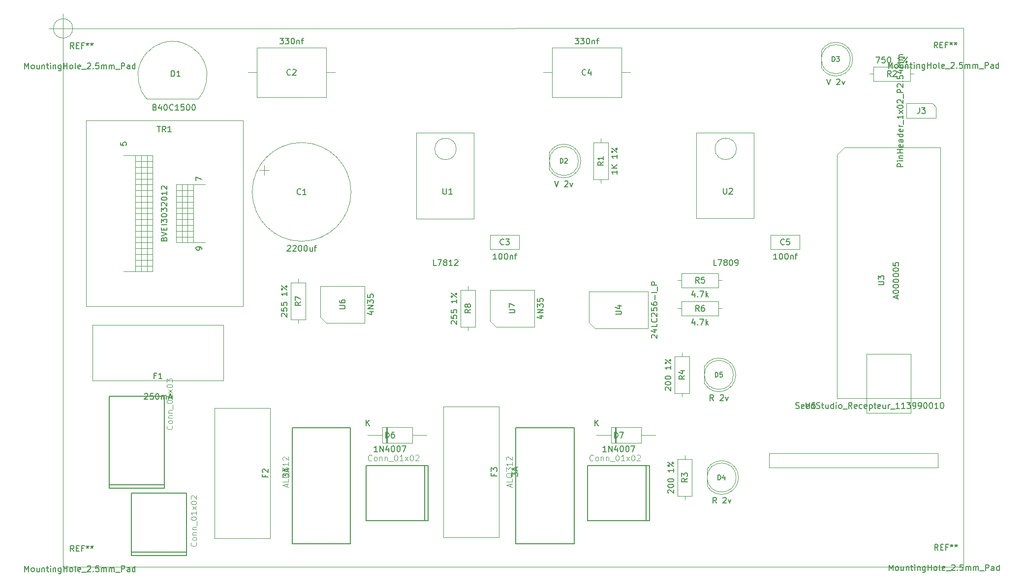
<source format=gbr>
%TF.GenerationSoftware,KiCad,Pcbnew,(5.1.8)-1*%
%TF.CreationDate,2021-06-08T09:03:09+02:00*%
%TF.ProjectId,Telerupteur_Recepteur_RF433_V2,54656c65-7275-4707-9465-75725f526563,V2*%
%TF.SameCoordinates,Original*%
%TF.FileFunction,Other,Fab,Top*%
%FSLAX46Y46*%
G04 Gerber Fmt 4.6, Leading zero omitted, Abs format (unit mm)*
G04 Created by KiCad (PCBNEW (5.1.8)-1) date 2021-06-08 09:03:09*
%MOMM*%
%LPD*%
G01*
G04 APERTURE LIST*
%TA.AperFunction,Profile*%
%ADD10C,0.050000*%
%TD*%
%TA.AperFunction,Profile*%
%ADD11C,0.100000*%
%TD*%
%ADD12C,0.100000*%
%ADD13C,0.120000*%
%ADD14C,0.127000*%
%ADD15C,0.150000*%
%ADD16C,0.015000*%
%ADD17C,0.200000*%
G04 APERTURE END LIST*
D10*
X47566666Y-43200000D02*
G75*
G03*
X47566666Y-43200000I-1666666J0D01*
G01*
X43400000Y-43200000D02*
X48400000Y-43200000D01*
X45900000Y-40700000D02*
X45900000Y-45700000D01*
D11*
X200800000Y-43180000D02*
X200800000Y-135910000D01*
X45900000Y-43200000D02*
X200800000Y-43180000D01*
X45900000Y-135900000D02*
X45900000Y-43200000D01*
X200800000Y-135910000D02*
X45900000Y-135900000D01*
D12*
%TO.C,U1*%
X113555000Y-63965000D02*
G75*
G03*
X113555000Y-63965000I-1850000J0D01*
G01*
D13*
X106655000Y-75965000D02*
X116555000Y-75965000D01*
X106655000Y-61190000D02*
X116555000Y-61190000D01*
X106655000Y-61190000D02*
X106655000Y-75965000D01*
X116555000Y-61190000D02*
X116555000Y-75965000D01*
%TO.C,U5*%
X196420000Y-118850000D02*
X167420000Y-118850000D01*
X196420000Y-116350000D02*
X196420000Y-118850000D01*
X196420000Y-116350000D02*
X167420000Y-116350000D01*
X167420000Y-116350000D02*
X167420000Y-118850000D01*
D12*
%TO.C,F3*%
X111320000Y-130830000D02*
X120920000Y-130830000D01*
X120920000Y-130830000D02*
X120920000Y-108330000D01*
X120920000Y-108330000D02*
X111320000Y-108330000D01*
X111320000Y-108330000D02*
X111320000Y-130830000D01*
D13*
%TO.C,D1*%
X60330000Y-55360000D02*
X69130000Y-55360000D01*
X60330000Y-55360000D02*
G75*
G02*
X69130000Y-55360000I4400000J4000000D01*
G01*
D12*
%TO.C,U3*%
X184150000Y-99300000D02*
X191770000Y-99300000D01*
X191770000Y-99300000D02*
X191770000Y-109460000D01*
X191770000Y-109460000D02*
X184150000Y-109460000D01*
X184150000Y-109460000D02*
X184150000Y-99300000D01*
X196850000Y-106920000D02*
X179070000Y-106920000D01*
X179070000Y-106920000D02*
X179070000Y-65010000D01*
X179070000Y-65010000D02*
X180340000Y-63740000D01*
X180340000Y-63740000D02*
X196850000Y-63740000D01*
X196850000Y-63740000D02*
X196850000Y-106920000D01*
D14*
%TO.C,J5*%
X146230000Y-127960000D02*
X136110000Y-127960000D01*
X136110000Y-127960000D02*
X136110000Y-118460000D01*
X136110000Y-118460000D02*
X146230000Y-118460000D01*
X146230000Y-118460000D02*
X146230000Y-127960000D01*
X146230000Y-127960000D02*
X146830000Y-127960000D01*
X146830000Y-127960000D02*
X146830000Y-118460000D01*
X146830000Y-118460000D02*
X146230000Y-118460000D01*
%TO.C,J4*%
X108130000Y-127960000D02*
X98010000Y-127960000D01*
X98010000Y-127960000D02*
X98010000Y-118460000D01*
X98010000Y-118460000D02*
X108130000Y-118460000D01*
X108130000Y-118460000D02*
X108130000Y-127960000D01*
X108130000Y-127960000D02*
X108730000Y-127960000D01*
X108730000Y-127960000D02*
X108730000Y-118460000D01*
X108730000Y-118460000D02*
X108130000Y-118460000D01*
%TO.C,J2*%
X57660000Y-133370000D02*
X57660000Y-123250000D01*
X57660000Y-123250000D02*
X67160000Y-123250000D01*
X67160000Y-123250000D02*
X67160000Y-133370000D01*
X67160000Y-133370000D02*
X57660000Y-133370000D01*
X57660000Y-133370000D02*
X57660000Y-133970000D01*
X57660000Y-133970000D02*
X67160000Y-133970000D01*
X67160000Y-133970000D02*
X67160000Y-133370000D01*
%TO.C,J1*%
X53850000Y-121820000D02*
X53850000Y-106580000D01*
X53850000Y-106580000D02*
X63350000Y-106580000D01*
X63350000Y-106580000D02*
X63350000Y-121820000D01*
X63350000Y-121820000D02*
X53850000Y-121820000D01*
X53850000Y-121820000D02*
X53850000Y-122420000D01*
X53850000Y-122420000D02*
X63350000Y-122420000D01*
X63350000Y-122420000D02*
X63350000Y-121820000D01*
D12*
%TO.C,F2*%
X71950000Y-131050000D02*
X81550000Y-131050000D01*
X81550000Y-131050000D02*
X81550000Y-108550000D01*
X81550000Y-108550000D02*
X71950000Y-108550000D01*
X71950000Y-108550000D02*
X71950000Y-131050000D01*
%TO.C,F1*%
X50980000Y-94280000D02*
X50980000Y-103880000D01*
X50980000Y-103880000D02*
X73480000Y-103880000D01*
X73480000Y-103880000D02*
X73480000Y-94280000D01*
X73480000Y-94280000D02*
X50980000Y-94280000D01*
D14*
%TO.C,K2*%
X133820000Y-111940000D02*
X133820000Y-131940000D01*
X133820000Y-131940000D02*
X123820000Y-131940000D01*
X123820000Y-131940000D02*
X123820000Y-111940000D01*
X123820000Y-111940000D02*
X133820000Y-111940000D01*
%TO.C,K1*%
X85350000Y-111940000D02*
X95350000Y-111940000D01*
X85350000Y-131940000D02*
X85350000Y-111940000D01*
X95350000Y-131940000D02*
X85350000Y-131940000D01*
X95350000Y-111940000D02*
X95350000Y-131940000D01*
D12*
%TO.C,D7*%
X140190000Y-111920000D02*
X140190000Y-114620000D01*
X140190000Y-114620000D02*
X145390000Y-114620000D01*
X145390000Y-114620000D02*
X145390000Y-111920000D01*
X145390000Y-111920000D02*
X140190000Y-111920000D01*
X137710000Y-113270000D02*
X140190000Y-113270000D01*
X147870000Y-113270000D02*
X145390000Y-113270000D01*
X140970000Y-111920000D02*
X140970000Y-114620000D01*
X141070000Y-111920000D02*
X141070000Y-114620000D01*
X140870000Y-111920000D02*
X140870000Y-114620000D01*
%TO.C,D6*%
X100820000Y-111920000D02*
X100820000Y-114620000D01*
X100820000Y-114620000D02*
X106020000Y-114620000D01*
X106020000Y-114620000D02*
X106020000Y-111920000D01*
X106020000Y-111920000D02*
X100820000Y-111920000D01*
X98340000Y-113270000D02*
X100820000Y-113270000D01*
X108500000Y-113270000D02*
X106020000Y-113270000D01*
X101600000Y-111920000D02*
X101600000Y-114620000D01*
X101700000Y-111920000D02*
X101700000Y-114620000D01*
X101500000Y-111920000D02*
X101500000Y-114620000D01*
%TO.C,R3*%
X154120000Y-117400000D02*
X151620000Y-117400000D01*
X151620000Y-117400000D02*
X151620000Y-123700000D01*
X151620000Y-123700000D02*
X154120000Y-123700000D01*
X154120000Y-123700000D02*
X154120000Y-117400000D01*
X152870000Y-116740000D02*
X152870000Y-117400000D01*
X152870000Y-124360000D02*
X152870000Y-123700000D01*
%TO.C,C1*%
X95450000Y-71360000D02*
G75*
G03*
X95450000Y-71360000I-8500000J0D01*
G01*
X79643781Y-67632500D02*
X81343781Y-67632500D01*
X80493781Y-66782500D02*
X80493781Y-68482500D01*
%TO.C,C2*%
X77710000Y-50800000D02*
X79210000Y-50800000D01*
X92710000Y-50800000D02*
X91210000Y-50800000D01*
X79210000Y-55050000D02*
X91210000Y-55050000D01*
X79210000Y-46550000D02*
X79210000Y-55050000D01*
X91210000Y-46550000D02*
X79210000Y-46550000D01*
X91210000Y-55050000D02*
X91210000Y-46550000D01*
%TO.C,C3*%
X119400000Y-78760000D02*
X119400000Y-81260000D01*
X119400000Y-81260000D02*
X124400000Y-81260000D01*
X124400000Y-81260000D02*
X124400000Y-78760000D01*
X124400000Y-78760000D02*
X119400000Y-78760000D01*
%TO.C,C4*%
X142010000Y-55050000D02*
X142010000Y-46550000D01*
X142010000Y-46550000D02*
X130010000Y-46550000D01*
X130010000Y-46550000D02*
X130010000Y-55050000D01*
X130010000Y-55050000D02*
X142010000Y-55050000D01*
X143510000Y-50800000D02*
X142010000Y-50800000D01*
X128510000Y-50800000D02*
X130010000Y-50800000D01*
%TO.C,C5*%
X172660000Y-78760000D02*
X167660000Y-78760000D01*
X172660000Y-81260000D02*
X172660000Y-78760000D01*
X167660000Y-81260000D02*
X172660000Y-81260000D01*
X167660000Y-78760000D02*
X167660000Y-81260000D01*
%TO.C,D2*%
X134580000Y-66040000D02*
G75*
G03*
X134580000Y-66040000I-2500000J0D01*
G01*
X129580000Y-64570306D02*
X129580000Y-67509694D01*
X129579984Y-67509666D02*
G75*
G03*
X129580000Y-64570306I2500016J1469666D01*
G01*
%TO.C,D3*%
X176370000Y-47030306D02*
X176370000Y-49969694D01*
X181370000Y-48500000D02*
G75*
G03*
X181370000Y-48500000I-2500000J0D01*
G01*
X176369984Y-49969666D02*
G75*
G03*
X176370000Y-47030306I2500016J1469666D01*
G01*
%TO.C,D4*%
X161720000Y-120550000D02*
G75*
G03*
X161720000Y-120550000I-2500000J0D01*
G01*
X156720000Y-119080306D02*
X156720000Y-122019694D01*
X156719984Y-122019666D02*
G75*
G03*
X156720000Y-119080306I2500016J1469666D01*
G01*
%TO.C,D5*%
X156250000Y-101400306D02*
X156250000Y-104339694D01*
X161250000Y-102870000D02*
G75*
G03*
X161250000Y-102870000I-2500000J0D01*
G01*
X156249984Y-104339666D02*
G75*
G03*
X156250000Y-101400306I2500016J1469666D01*
G01*
%TO.C,J3*%
X196130000Y-56755000D02*
X196130000Y-58660000D01*
X196130000Y-58660000D02*
X191050000Y-58660000D01*
X191050000Y-58660000D02*
X191050000Y-56120000D01*
X191050000Y-56120000D02*
X195495000Y-56120000D01*
X195495000Y-56120000D02*
X196130000Y-56755000D01*
%TO.C,R1*%
X137180000Y-69190000D02*
X139680000Y-69190000D01*
X139680000Y-69190000D02*
X139680000Y-62890000D01*
X139680000Y-62890000D02*
X137180000Y-62890000D01*
X137180000Y-62890000D02*
X137180000Y-69190000D01*
X138430000Y-69850000D02*
X138430000Y-69190000D01*
X138430000Y-62230000D02*
X138430000Y-62890000D01*
%TO.C,R2*%
X191660000Y-52290000D02*
X191660000Y-49790000D01*
X191660000Y-49790000D02*
X185360000Y-49790000D01*
X185360000Y-49790000D02*
X185360000Y-52290000D01*
X185360000Y-52290000D02*
X191660000Y-52290000D01*
X192320000Y-51040000D02*
X191660000Y-51040000D01*
X184700000Y-51040000D02*
X185360000Y-51040000D01*
%TO.C,R4*%
X153650000Y-99720000D02*
X151150000Y-99720000D01*
X151150000Y-99720000D02*
X151150000Y-106020000D01*
X151150000Y-106020000D02*
X153650000Y-106020000D01*
X153650000Y-106020000D02*
X153650000Y-99720000D01*
X152400000Y-99060000D02*
X152400000Y-99720000D01*
X152400000Y-106680000D02*
X152400000Y-106020000D01*
%TO.C,R5*%
X159300000Y-86600000D02*
X158640000Y-86600000D01*
X151680000Y-86600000D02*
X152340000Y-86600000D01*
X158640000Y-85350000D02*
X152340000Y-85350000D01*
X158640000Y-87850000D02*
X158640000Y-85350000D01*
X152340000Y-87850000D02*
X158640000Y-87850000D01*
X152340000Y-85350000D02*
X152340000Y-87850000D01*
%TO.C,R6*%
X159300000Y-91440000D02*
X158640000Y-91440000D01*
X151680000Y-91440000D02*
X152340000Y-91440000D01*
X158640000Y-90190000D02*
X152340000Y-90190000D01*
X158640000Y-92690000D02*
X158640000Y-90190000D01*
X152340000Y-92690000D02*
X158640000Y-92690000D01*
X152340000Y-90190000D02*
X152340000Y-92690000D01*
%TO.C,R7*%
X86360000Y-93980000D02*
X86360000Y-93320000D01*
X86360000Y-86360000D02*
X86360000Y-87020000D01*
X87610000Y-93320000D02*
X87610000Y-87020000D01*
X85110000Y-93320000D02*
X87610000Y-93320000D01*
X85110000Y-87020000D02*
X85110000Y-93320000D01*
X87610000Y-87020000D02*
X85110000Y-87020000D01*
%TO.C,R8*%
X116820000Y-88290000D02*
X114320000Y-88290000D01*
X114320000Y-88290000D02*
X114320000Y-94590000D01*
X114320000Y-94590000D02*
X116820000Y-94590000D01*
X116820000Y-94590000D02*
X116820000Y-88290000D01*
X115570000Y-87630000D02*
X115570000Y-88290000D01*
X115570000Y-95250000D02*
X115570000Y-94590000D01*
%TO.C,TR1*%
X65340000Y-79090000D02*
X68340000Y-79090000D01*
X68340000Y-78090000D02*
X65340000Y-78090000D01*
X65340000Y-77090000D02*
X68340000Y-77090000D01*
X68340000Y-76090000D02*
X65340000Y-76090000D01*
X65340000Y-75090000D02*
X68340000Y-75090000D01*
X68340000Y-74090000D02*
X65340000Y-74090000D01*
X65340000Y-73090000D02*
X68340000Y-73090000D01*
X68340000Y-72090000D02*
X65340000Y-72090000D01*
X65340000Y-71090000D02*
X68340000Y-71090000D01*
X66340000Y-70090000D02*
X65340000Y-70090000D01*
X65340000Y-70090000D02*
X65340000Y-80090000D01*
X65340000Y-80090000D02*
X66340000Y-80090000D01*
X67340000Y-70090000D02*
X66340000Y-70090000D01*
X66340000Y-70090000D02*
X66340000Y-80090000D01*
X66340000Y-80090000D02*
X67340000Y-80090000D01*
X68340000Y-70090000D02*
X67340000Y-70090000D01*
X67340000Y-70090000D02*
X67340000Y-80090000D01*
X67340000Y-80090000D02*
X68340000Y-80090000D01*
X70340000Y-70090000D02*
X68340000Y-70090000D01*
X68340000Y-70090000D02*
X68340000Y-80090000D01*
X68340000Y-80090000D02*
X70340000Y-80090000D01*
X58340000Y-84090000D02*
X61340000Y-84090000D01*
X61340000Y-83090000D02*
X58340000Y-83090000D01*
X58340000Y-82090000D02*
X61340000Y-82090000D01*
X61340000Y-81090000D02*
X58340000Y-81090000D01*
X58340000Y-80090000D02*
X61340000Y-80090000D01*
X61340000Y-79090000D02*
X58340000Y-79090000D01*
X58340000Y-78090000D02*
X61340000Y-78090000D01*
X61340000Y-77090000D02*
X58340000Y-77090000D01*
X58340000Y-76090000D02*
X61340000Y-76090000D01*
X61340000Y-75090000D02*
X58340000Y-75090000D01*
X58340000Y-74090000D02*
X61340000Y-74090000D01*
X61340000Y-73090000D02*
X58340000Y-73090000D01*
X58340000Y-72090000D02*
X61340000Y-72090000D01*
X61340000Y-71090000D02*
X58340000Y-71090000D01*
X58340000Y-70090000D02*
X61340000Y-70090000D01*
X61340000Y-69090000D02*
X58340000Y-69090000D01*
X58340000Y-68090000D02*
X61340000Y-68090000D01*
X61340000Y-67090000D02*
X58340000Y-67090000D01*
X58340000Y-66090000D02*
X61340000Y-66090000D01*
X60340000Y-65090000D02*
X61340000Y-65090000D01*
X61340000Y-65090000D02*
X61340000Y-85090000D01*
X61340000Y-85090000D02*
X60340000Y-85090000D01*
X59340000Y-65090000D02*
X60340000Y-65090000D01*
X60340000Y-65090000D02*
X60340000Y-85090000D01*
X60340000Y-85090000D02*
X59340000Y-85090000D01*
X58340000Y-65090000D02*
X59340000Y-65090000D01*
X59340000Y-65090000D02*
X59340000Y-85090000D01*
X59340000Y-85090000D02*
X58340000Y-85090000D01*
X56340000Y-65090000D02*
X58340000Y-65090000D01*
X58340000Y-65090000D02*
X58340000Y-85090000D01*
X58340000Y-85090000D02*
X56340000Y-85090000D01*
X49840000Y-91090000D02*
X76840000Y-91090000D01*
X76840000Y-91090000D02*
X76840000Y-59090000D01*
X76840000Y-59090000D02*
X49840000Y-59090000D01*
X49840000Y-59090000D02*
X49840000Y-91090000D01*
D13*
%TO.C,U2*%
X164775000Y-61170000D02*
X164775000Y-75945000D01*
X154875000Y-61170000D02*
X154875000Y-75945000D01*
X154875000Y-61170000D02*
X164775000Y-61170000D01*
X154875000Y-75945000D02*
X164775000Y-75945000D01*
D12*
X161775000Y-63945000D02*
G75*
G03*
X161775000Y-63945000I-1850000J0D01*
G01*
%TO.C,U4*%
X136440000Y-93855000D02*
X136440000Y-88505000D01*
X136440000Y-88505000D02*
X146600000Y-88505000D01*
X146600000Y-88505000D02*
X146600000Y-94855000D01*
X146600000Y-94855000D02*
X137440000Y-94855000D01*
X137440000Y-94855000D02*
X136440000Y-93855000D01*
%TO.C,U6*%
X90170000Y-92915000D02*
X90170000Y-87565000D01*
X90170000Y-87565000D02*
X97790000Y-87565000D01*
X97790000Y-87565000D02*
X97790000Y-93915000D01*
X97790000Y-93915000D02*
X91170000Y-93915000D01*
X91170000Y-93915000D02*
X90170000Y-92915000D01*
%TO.C,U7*%
X120380000Y-94615000D02*
X119380000Y-93615000D01*
X127000000Y-94615000D02*
X120380000Y-94615000D01*
X127000000Y-88265000D02*
X127000000Y-94615000D01*
X119380000Y-88265000D02*
X127000000Y-88265000D01*
X119380000Y-93615000D02*
X119380000Y-88265000D01*
%TD*%
%TO.C,U1*%
D15*
X110134761Y-84042380D02*
X109658571Y-84042380D01*
X109658571Y-83042380D01*
X110372857Y-83042380D02*
X111039523Y-83042380D01*
X110610952Y-84042380D01*
X111563333Y-83470952D02*
X111468095Y-83423333D01*
X111420476Y-83375714D01*
X111372857Y-83280476D01*
X111372857Y-83232857D01*
X111420476Y-83137619D01*
X111468095Y-83090000D01*
X111563333Y-83042380D01*
X111753809Y-83042380D01*
X111849047Y-83090000D01*
X111896666Y-83137619D01*
X111944285Y-83232857D01*
X111944285Y-83280476D01*
X111896666Y-83375714D01*
X111849047Y-83423333D01*
X111753809Y-83470952D01*
X111563333Y-83470952D01*
X111468095Y-83518571D01*
X111420476Y-83566190D01*
X111372857Y-83661428D01*
X111372857Y-83851904D01*
X111420476Y-83947142D01*
X111468095Y-83994761D01*
X111563333Y-84042380D01*
X111753809Y-84042380D01*
X111849047Y-83994761D01*
X111896666Y-83947142D01*
X111944285Y-83851904D01*
X111944285Y-83661428D01*
X111896666Y-83566190D01*
X111849047Y-83518571D01*
X111753809Y-83470952D01*
X112896666Y-84042380D02*
X112325238Y-84042380D01*
X112610952Y-84042380D02*
X112610952Y-83042380D01*
X112515714Y-83185238D01*
X112420476Y-83280476D01*
X112325238Y-83328095D01*
X113277619Y-83137619D02*
X113325238Y-83090000D01*
X113420476Y-83042380D01*
X113658571Y-83042380D01*
X113753809Y-83090000D01*
X113801428Y-83137619D01*
X113849047Y-83232857D01*
X113849047Y-83328095D01*
X113801428Y-83470952D01*
X113230000Y-84042380D01*
X113849047Y-84042380D01*
X111293095Y-70742380D02*
X111293095Y-71551904D01*
X111340714Y-71647142D01*
X111388333Y-71694761D01*
X111483571Y-71742380D01*
X111674047Y-71742380D01*
X111769285Y-71694761D01*
X111816904Y-71647142D01*
X111864523Y-71551904D01*
X111864523Y-70742380D01*
X112864523Y-71742380D02*
X112293095Y-71742380D01*
X112578809Y-71742380D02*
X112578809Y-70742380D01*
X112483571Y-70885238D01*
X112388333Y-70980476D01*
X112293095Y-71028095D01*
%TO.C,U5*%
X171985714Y-108594761D02*
X172128571Y-108642380D01*
X172366666Y-108642380D01*
X172461904Y-108594761D01*
X172509523Y-108547142D01*
X172557142Y-108451904D01*
X172557142Y-108356666D01*
X172509523Y-108261428D01*
X172461904Y-108213809D01*
X172366666Y-108166190D01*
X172176190Y-108118571D01*
X172080952Y-108070952D01*
X172033333Y-108023333D01*
X171985714Y-107928095D01*
X171985714Y-107832857D01*
X172033333Y-107737619D01*
X172080952Y-107690000D01*
X172176190Y-107642380D01*
X172414285Y-107642380D01*
X172557142Y-107690000D01*
X173366666Y-108594761D02*
X173271428Y-108642380D01*
X173080952Y-108642380D01*
X172985714Y-108594761D01*
X172938095Y-108499523D01*
X172938095Y-108118571D01*
X172985714Y-108023333D01*
X173080952Y-107975714D01*
X173271428Y-107975714D01*
X173366666Y-108023333D01*
X173414285Y-108118571D01*
X173414285Y-108213809D01*
X172938095Y-108309047D01*
X174223809Y-108594761D02*
X174128571Y-108642380D01*
X173938095Y-108642380D01*
X173842857Y-108594761D01*
X173795238Y-108499523D01*
X173795238Y-108118571D01*
X173842857Y-108023333D01*
X173938095Y-107975714D01*
X174128571Y-107975714D01*
X174223809Y-108023333D01*
X174271428Y-108118571D01*
X174271428Y-108213809D01*
X173795238Y-108309047D01*
X175128571Y-108642380D02*
X175128571Y-107642380D01*
X175128571Y-108594761D02*
X175033333Y-108642380D01*
X174842857Y-108642380D01*
X174747619Y-108594761D01*
X174700000Y-108547142D01*
X174652380Y-108451904D01*
X174652380Y-108166190D01*
X174700000Y-108070952D01*
X174747619Y-108023333D01*
X174842857Y-107975714D01*
X175033333Y-107975714D01*
X175128571Y-108023333D01*
X175557142Y-108594761D02*
X175700000Y-108642380D01*
X175938095Y-108642380D01*
X176033333Y-108594761D01*
X176080952Y-108547142D01*
X176128571Y-108451904D01*
X176128571Y-108356666D01*
X176080952Y-108261428D01*
X176033333Y-108213809D01*
X175938095Y-108166190D01*
X175747619Y-108118571D01*
X175652380Y-108070952D01*
X175604761Y-108023333D01*
X175557142Y-107928095D01*
X175557142Y-107832857D01*
X175604761Y-107737619D01*
X175652380Y-107690000D01*
X175747619Y-107642380D01*
X175985714Y-107642380D01*
X176128571Y-107690000D01*
X176414285Y-107975714D02*
X176795238Y-107975714D01*
X176557142Y-107642380D02*
X176557142Y-108499523D01*
X176604761Y-108594761D01*
X176700000Y-108642380D01*
X176795238Y-108642380D01*
X177557142Y-107975714D02*
X177557142Y-108642380D01*
X177128571Y-107975714D02*
X177128571Y-108499523D01*
X177176190Y-108594761D01*
X177271428Y-108642380D01*
X177414285Y-108642380D01*
X177509523Y-108594761D01*
X177557142Y-108547142D01*
X178461904Y-108642380D02*
X178461904Y-107642380D01*
X178461904Y-108594761D02*
X178366666Y-108642380D01*
X178176190Y-108642380D01*
X178080952Y-108594761D01*
X178033333Y-108547142D01*
X177985714Y-108451904D01*
X177985714Y-108166190D01*
X178033333Y-108070952D01*
X178080952Y-108023333D01*
X178176190Y-107975714D01*
X178366666Y-107975714D01*
X178461904Y-108023333D01*
X178938095Y-108642380D02*
X178938095Y-107975714D01*
X178938095Y-107642380D02*
X178890476Y-107690000D01*
X178938095Y-107737619D01*
X178985714Y-107690000D01*
X178938095Y-107642380D01*
X178938095Y-107737619D01*
X179557142Y-108642380D02*
X179461904Y-108594761D01*
X179414285Y-108547142D01*
X179366666Y-108451904D01*
X179366666Y-108166190D01*
X179414285Y-108070952D01*
X179461904Y-108023333D01*
X179557142Y-107975714D01*
X179700000Y-107975714D01*
X179795238Y-108023333D01*
X179842857Y-108070952D01*
X179890476Y-108166190D01*
X179890476Y-108451904D01*
X179842857Y-108547142D01*
X179795238Y-108594761D01*
X179700000Y-108642380D01*
X179557142Y-108642380D01*
X180080952Y-108737619D02*
X180842857Y-108737619D01*
X181652380Y-108642380D02*
X181319047Y-108166190D01*
X181080952Y-108642380D02*
X181080952Y-107642380D01*
X181461904Y-107642380D01*
X181557142Y-107690000D01*
X181604761Y-107737619D01*
X181652380Y-107832857D01*
X181652380Y-107975714D01*
X181604761Y-108070952D01*
X181557142Y-108118571D01*
X181461904Y-108166190D01*
X181080952Y-108166190D01*
X182461904Y-108594761D02*
X182366666Y-108642380D01*
X182176190Y-108642380D01*
X182080952Y-108594761D01*
X182033333Y-108499523D01*
X182033333Y-108118571D01*
X182080952Y-108023333D01*
X182176190Y-107975714D01*
X182366666Y-107975714D01*
X182461904Y-108023333D01*
X182509523Y-108118571D01*
X182509523Y-108213809D01*
X182033333Y-108309047D01*
X183366666Y-108594761D02*
X183271428Y-108642380D01*
X183080952Y-108642380D01*
X182985714Y-108594761D01*
X182938095Y-108547142D01*
X182890476Y-108451904D01*
X182890476Y-108166190D01*
X182938095Y-108070952D01*
X182985714Y-108023333D01*
X183080952Y-107975714D01*
X183271428Y-107975714D01*
X183366666Y-108023333D01*
X184176190Y-108594761D02*
X184080952Y-108642380D01*
X183890476Y-108642380D01*
X183795238Y-108594761D01*
X183747619Y-108499523D01*
X183747619Y-108118571D01*
X183795238Y-108023333D01*
X183890476Y-107975714D01*
X184080952Y-107975714D01*
X184176190Y-108023333D01*
X184223809Y-108118571D01*
X184223809Y-108213809D01*
X183747619Y-108309047D01*
X184652380Y-107975714D02*
X184652380Y-108975714D01*
X184652380Y-108023333D02*
X184747619Y-107975714D01*
X184938095Y-107975714D01*
X185033333Y-108023333D01*
X185080952Y-108070952D01*
X185128571Y-108166190D01*
X185128571Y-108451904D01*
X185080952Y-108547142D01*
X185033333Y-108594761D01*
X184938095Y-108642380D01*
X184747619Y-108642380D01*
X184652380Y-108594761D01*
X185414285Y-107975714D02*
X185795238Y-107975714D01*
X185557142Y-107642380D02*
X185557142Y-108499523D01*
X185604761Y-108594761D01*
X185700000Y-108642380D01*
X185795238Y-108642380D01*
X186509523Y-108594761D02*
X186414285Y-108642380D01*
X186223809Y-108642380D01*
X186128571Y-108594761D01*
X186080952Y-108499523D01*
X186080952Y-108118571D01*
X186128571Y-108023333D01*
X186223809Y-107975714D01*
X186414285Y-107975714D01*
X186509523Y-108023333D01*
X186557142Y-108118571D01*
X186557142Y-108213809D01*
X186080952Y-108309047D01*
X187414285Y-107975714D02*
X187414285Y-108642380D01*
X186985714Y-107975714D02*
X186985714Y-108499523D01*
X187033333Y-108594761D01*
X187128571Y-108642380D01*
X187271428Y-108642380D01*
X187366666Y-108594761D01*
X187414285Y-108547142D01*
X187890476Y-108642380D02*
X187890476Y-107975714D01*
X187890476Y-108166190D02*
X187938095Y-108070952D01*
X187985714Y-108023333D01*
X188080952Y-107975714D01*
X188176190Y-107975714D01*
X188271428Y-108737619D02*
X189033333Y-108737619D01*
X189795238Y-108642380D02*
X189223809Y-108642380D01*
X189509523Y-108642380D02*
X189509523Y-107642380D01*
X189414285Y-107785238D01*
X189319047Y-107880476D01*
X189223809Y-107928095D01*
X190747619Y-108642380D02*
X190176190Y-108642380D01*
X190461904Y-108642380D02*
X190461904Y-107642380D01*
X190366666Y-107785238D01*
X190271428Y-107880476D01*
X190176190Y-107928095D01*
X191080952Y-107642380D02*
X191700000Y-107642380D01*
X191366666Y-108023333D01*
X191509523Y-108023333D01*
X191604761Y-108070952D01*
X191652380Y-108118571D01*
X191700000Y-108213809D01*
X191700000Y-108451904D01*
X191652380Y-108547142D01*
X191604761Y-108594761D01*
X191509523Y-108642380D01*
X191223809Y-108642380D01*
X191128571Y-108594761D01*
X191080952Y-108547142D01*
X192176190Y-108642380D02*
X192366666Y-108642380D01*
X192461904Y-108594761D01*
X192509523Y-108547142D01*
X192604761Y-108404285D01*
X192652380Y-108213809D01*
X192652380Y-107832857D01*
X192604761Y-107737619D01*
X192557142Y-107690000D01*
X192461904Y-107642380D01*
X192271428Y-107642380D01*
X192176190Y-107690000D01*
X192128571Y-107737619D01*
X192080952Y-107832857D01*
X192080952Y-108070952D01*
X192128571Y-108166190D01*
X192176190Y-108213809D01*
X192271428Y-108261428D01*
X192461904Y-108261428D01*
X192557142Y-108213809D01*
X192604761Y-108166190D01*
X192652380Y-108070952D01*
X193128571Y-108642380D02*
X193319047Y-108642380D01*
X193414285Y-108594761D01*
X193461904Y-108547142D01*
X193557142Y-108404285D01*
X193604761Y-108213809D01*
X193604761Y-107832857D01*
X193557142Y-107737619D01*
X193509523Y-107690000D01*
X193414285Y-107642380D01*
X193223809Y-107642380D01*
X193128571Y-107690000D01*
X193080952Y-107737619D01*
X193033333Y-107832857D01*
X193033333Y-108070952D01*
X193080952Y-108166190D01*
X193128571Y-108213809D01*
X193223809Y-108261428D01*
X193414285Y-108261428D01*
X193509523Y-108213809D01*
X193557142Y-108166190D01*
X193604761Y-108070952D01*
X194223809Y-107642380D02*
X194319047Y-107642380D01*
X194414285Y-107690000D01*
X194461904Y-107737619D01*
X194509523Y-107832857D01*
X194557142Y-108023333D01*
X194557142Y-108261428D01*
X194509523Y-108451904D01*
X194461904Y-108547142D01*
X194414285Y-108594761D01*
X194319047Y-108642380D01*
X194223809Y-108642380D01*
X194128571Y-108594761D01*
X194080952Y-108547142D01*
X194033333Y-108451904D01*
X193985714Y-108261428D01*
X193985714Y-108023333D01*
X194033333Y-107832857D01*
X194080952Y-107737619D01*
X194128571Y-107690000D01*
X194223809Y-107642380D01*
X195176190Y-107642380D02*
X195271428Y-107642380D01*
X195366666Y-107690000D01*
X195414285Y-107737619D01*
X195461904Y-107832857D01*
X195509523Y-108023333D01*
X195509523Y-108261428D01*
X195461904Y-108451904D01*
X195414285Y-108547142D01*
X195366666Y-108594761D01*
X195271428Y-108642380D01*
X195176190Y-108642380D01*
X195080952Y-108594761D01*
X195033333Y-108547142D01*
X194985714Y-108451904D01*
X194938095Y-108261428D01*
X194938095Y-108023333D01*
X194985714Y-107832857D01*
X195033333Y-107737619D01*
X195080952Y-107690000D01*
X195176190Y-107642380D01*
X196461904Y-108642380D02*
X195890476Y-108642380D01*
X196176190Y-108642380D02*
X196176190Y-107642380D01*
X196080952Y-107785238D01*
X195985714Y-107880476D01*
X195890476Y-107928095D01*
X197080952Y-107642380D02*
X197176190Y-107642380D01*
X197271428Y-107690000D01*
X197319047Y-107737619D01*
X197366666Y-107832857D01*
X197414285Y-108023333D01*
X197414285Y-108261428D01*
X197366666Y-108451904D01*
X197319047Y-108547142D01*
X197271428Y-108594761D01*
X197176190Y-108642380D01*
X197080952Y-108642380D01*
X196985714Y-108594761D01*
X196938095Y-108547142D01*
X196890476Y-108451904D01*
X196842857Y-108261428D01*
X196842857Y-108023333D01*
X196890476Y-107832857D01*
X196938095Y-107737619D01*
X196985714Y-107690000D01*
X197080952Y-107642380D01*
X173778095Y-107642380D02*
X173778095Y-108451904D01*
X173825714Y-108547142D01*
X173873333Y-108594761D01*
X173968571Y-108642380D01*
X174159047Y-108642380D01*
X174254285Y-108594761D01*
X174301904Y-108547142D01*
X174349523Y-108451904D01*
X174349523Y-107642380D01*
X175301904Y-107642380D02*
X174825714Y-107642380D01*
X174778095Y-108118571D01*
X174825714Y-108070952D01*
X174920952Y-108023333D01*
X175159047Y-108023333D01*
X175254285Y-108070952D01*
X175301904Y-108118571D01*
X175349523Y-108213809D01*
X175349523Y-108451904D01*
X175301904Y-108547142D01*
X175254285Y-108594761D01*
X175159047Y-108642380D01*
X174920952Y-108642380D01*
X174825714Y-108594761D01*
X174778095Y-108547142D01*
%TO.C,F3*%
X123122380Y-120316904D02*
X123122380Y-119697857D01*
X123503333Y-120031190D01*
X123503333Y-119888333D01*
X123550952Y-119793095D01*
X123598571Y-119745476D01*
X123693809Y-119697857D01*
X123931904Y-119697857D01*
X124027142Y-119745476D01*
X124074761Y-119793095D01*
X124122380Y-119888333D01*
X124122380Y-120174047D01*
X124074761Y-120269285D01*
X124027142Y-120316904D01*
X123836666Y-119316904D02*
X123836666Y-118840714D01*
X124122380Y-119412142D02*
X123122380Y-119078809D01*
X124122380Y-118745476D01*
X120048571Y-119913333D02*
X120048571Y-120246666D01*
X120572380Y-120246666D02*
X119572380Y-120246666D01*
X119572380Y-119770476D01*
X119572380Y-119484761D02*
X119572380Y-118865714D01*
X119953333Y-119199047D01*
X119953333Y-119056190D01*
X120000952Y-118960952D01*
X120048571Y-118913333D01*
X120143809Y-118865714D01*
X120381904Y-118865714D01*
X120477142Y-118913333D01*
X120524761Y-118960952D01*
X120572380Y-119056190D01*
X120572380Y-119341904D01*
X120524761Y-119437142D01*
X120477142Y-119484761D01*
%TO.C,D1*%
X61694285Y-56763571D02*
X61837142Y-56811190D01*
X61884761Y-56858809D01*
X61932380Y-56954047D01*
X61932380Y-57096904D01*
X61884761Y-57192142D01*
X61837142Y-57239761D01*
X61741904Y-57287380D01*
X61360952Y-57287380D01*
X61360952Y-56287380D01*
X61694285Y-56287380D01*
X61789523Y-56335000D01*
X61837142Y-56382619D01*
X61884761Y-56477857D01*
X61884761Y-56573095D01*
X61837142Y-56668333D01*
X61789523Y-56715952D01*
X61694285Y-56763571D01*
X61360952Y-56763571D01*
X62789523Y-56620714D02*
X62789523Y-57287380D01*
X62551428Y-56239761D02*
X62313333Y-56954047D01*
X62932380Y-56954047D01*
X63503809Y-56287380D02*
X63599047Y-56287380D01*
X63694285Y-56335000D01*
X63741904Y-56382619D01*
X63789523Y-56477857D01*
X63837142Y-56668333D01*
X63837142Y-56906428D01*
X63789523Y-57096904D01*
X63741904Y-57192142D01*
X63694285Y-57239761D01*
X63599047Y-57287380D01*
X63503809Y-57287380D01*
X63408571Y-57239761D01*
X63360952Y-57192142D01*
X63313333Y-57096904D01*
X63265714Y-56906428D01*
X63265714Y-56668333D01*
X63313333Y-56477857D01*
X63360952Y-56382619D01*
X63408571Y-56335000D01*
X63503809Y-56287380D01*
X64837142Y-57192142D02*
X64789523Y-57239761D01*
X64646666Y-57287380D01*
X64551428Y-57287380D01*
X64408571Y-57239761D01*
X64313333Y-57144523D01*
X64265714Y-57049285D01*
X64218095Y-56858809D01*
X64218095Y-56715952D01*
X64265714Y-56525476D01*
X64313333Y-56430238D01*
X64408571Y-56335000D01*
X64551428Y-56287380D01*
X64646666Y-56287380D01*
X64789523Y-56335000D01*
X64837142Y-56382619D01*
X65789523Y-57287380D02*
X65218095Y-57287380D01*
X65503809Y-57287380D02*
X65503809Y-56287380D01*
X65408571Y-56430238D01*
X65313333Y-56525476D01*
X65218095Y-56573095D01*
X66694285Y-56287380D02*
X66218095Y-56287380D01*
X66170476Y-56763571D01*
X66218095Y-56715952D01*
X66313333Y-56668333D01*
X66551428Y-56668333D01*
X66646666Y-56715952D01*
X66694285Y-56763571D01*
X66741904Y-56858809D01*
X66741904Y-57096904D01*
X66694285Y-57192142D01*
X66646666Y-57239761D01*
X66551428Y-57287380D01*
X66313333Y-57287380D01*
X66218095Y-57239761D01*
X66170476Y-57192142D01*
X67360952Y-56287380D02*
X67456190Y-56287380D01*
X67551428Y-56335000D01*
X67599047Y-56382619D01*
X67646666Y-56477857D01*
X67694285Y-56668333D01*
X67694285Y-56906428D01*
X67646666Y-57096904D01*
X67599047Y-57192142D01*
X67551428Y-57239761D01*
X67456190Y-57287380D01*
X67360952Y-57287380D01*
X67265714Y-57239761D01*
X67218095Y-57192142D01*
X67170476Y-57096904D01*
X67122857Y-56906428D01*
X67122857Y-56668333D01*
X67170476Y-56477857D01*
X67218095Y-56382619D01*
X67265714Y-56335000D01*
X67360952Y-56287380D01*
X68313333Y-56287380D02*
X68408571Y-56287380D01*
X68503809Y-56335000D01*
X68551428Y-56382619D01*
X68599047Y-56477857D01*
X68646666Y-56668333D01*
X68646666Y-56906428D01*
X68599047Y-57096904D01*
X68551428Y-57192142D01*
X68503809Y-57239761D01*
X68408571Y-57287380D01*
X68313333Y-57287380D01*
X68218095Y-57239761D01*
X68170476Y-57192142D01*
X68122857Y-57096904D01*
X68075238Y-56906428D01*
X68075238Y-56668333D01*
X68122857Y-56477857D01*
X68170476Y-56382619D01*
X68218095Y-56335000D01*
X68313333Y-56287380D01*
X64541904Y-51462380D02*
X64541904Y-50462380D01*
X64780000Y-50462380D01*
X64922857Y-50510000D01*
X65018095Y-50605238D01*
X65065714Y-50700476D01*
X65113333Y-50890952D01*
X65113333Y-51033809D01*
X65065714Y-51224285D01*
X65018095Y-51319523D01*
X64922857Y-51414761D01*
X64780000Y-51462380D01*
X64541904Y-51462380D01*
X66065714Y-51462380D02*
X65494285Y-51462380D01*
X65780000Y-51462380D02*
X65780000Y-50462380D01*
X65684761Y-50605238D01*
X65589523Y-50700476D01*
X65494285Y-50748095D01*
%TO.C,U3*%
X189396666Y-89695238D02*
X189396666Y-89219047D01*
X189682380Y-89790476D02*
X188682380Y-89457142D01*
X189682380Y-89123809D01*
X188682380Y-88600000D02*
X188682380Y-88504761D01*
X188730000Y-88409523D01*
X188777619Y-88361904D01*
X188872857Y-88314285D01*
X189063333Y-88266666D01*
X189301428Y-88266666D01*
X189491904Y-88314285D01*
X189587142Y-88361904D01*
X189634761Y-88409523D01*
X189682380Y-88504761D01*
X189682380Y-88600000D01*
X189634761Y-88695238D01*
X189587142Y-88742857D01*
X189491904Y-88790476D01*
X189301428Y-88838095D01*
X189063333Y-88838095D01*
X188872857Y-88790476D01*
X188777619Y-88742857D01*
X188730000Y-88695238D01*
X188682380Y-88600000D01*
X188682380Y-87647619D02*
X188682380Y-87552380D01*
X188730000Y-87457142D01*
X188777619Y-87409523D01*
X188872857Y-87361904D01*
X189063333Y-87314285D01*
X189301428Y-87314285D01*
X189491904Y-87361904D01*
X189587142Y-87409523D01*
X189634761Y-87457142D01*
X189682380Y-87552380D01*
X189682380Y-87647619D01*
X189634761Y-87742857D01*
X189587142Y-87790476D01*
X189491904Y-87838095D01*
X189301428Y-87885714D01*
X189063333Y-87885714D01*
X188872857Y-87838095D01*
X188777619Y-87790476D01*
X188730000Y-87742857D01*
X188682380Y-87647619D01*
X188682380Y-86695238D02*
X188682380Y-86600000D01*
X188730000Y-86504761D01*
X188777619Y-86457142D01*
X188872857Y-86409523D01*
X189063333Y-86361904D01*
X189301428Y-86361904D01*
X189491904Y-86409523D01*
X189587142Y-86457142D01*
X189634761Y-86504761D01*
X189682380Y-86600000D01*
X189682380Y-86695238D01*
X189634761Y-86790476D01*
X189587142Y-86838095D01*
X189491904Y-86885714D01*
X189301428Y-86933333D01*
X189063333Y-86933333D01*
X188872857Y-86885714D01*
X188777619Y-86838095D01*
X188730000Y-86790476D01*
X188682380Y-86695238D01*
X188682380Y-85742857D02*
X188682380Y-85647619D01*
X188730000Y-85552380D01*
X188777619Y-85504761D01*
X188872857Y-85457142D01*
X189063333Y-85409523D01*
X189301428Y-85409523D01*
X189491904Y-85457142D01*
X189587142Y-85504761D01*
X189634761Y-85552380D01*
X189682380Y-85647619D01*
X189682380Y-85742857D01*
X189634761Y-85838095D01*
X189587142Y-85885714D01*
X189491904Y-85933333D01*
X189301428Y-85980952D01*
X189063333Y-85980952D01*
X188872857Y-85933333D01*
X188777619Y-85885714D01*
X188730000Y-85838095D01*
X188682380Y-85742857D01*
X188682380Y-84790476D02*
X188682380Y-84695238D01*
X188730000Y-84600000D01*
X188777619Y-84552380D01*
X188872857Y-84504761D01*
X189063333Y-84457142D01*
X189301428Y-84457142D01*
X189491904Y-84504761D01*
X189587142Y-84552380D01*
X189634761Y-84600000D01*
X189682380Y-84695238D01*
X189682380Y-84790476D01*
X189634761Y-84885714D01*
X189587142Y-84933333D01*
X189491904Y-84980952D01*
X189301428Y-85028571D01*
X189063333Y-85028571D01*
X188872857Y-84980952D01*
X188777619Y-84933333D01*
X188730000Y-84885714D01*
X188682380Y-84790476D01*
X188682380Y-83552380D02*
X188682380Y-84028571D01*
X189158571Y-84076190D01*
X189110952Y-84028571D01*
X189063333Y-83933333D01*
X189063333Y-83695238D01*
X189110952Y-83600000D01*
X189158571Y-83552380D01*
X189253809Y-83504761D01*
X189491904Y-83504761D01*
X189587142Y-83552380D01*
X189634761Y-83600000D01*
X189682380Y-83695238D01*
X189682380Y-83933333D01*
X189634761Y-84028571D01*
X189587142Y-84076190D01*
X186142380Y-87361904D02*
X186951904Y-87361904D01*
X187047142Y-87314285D01*
X187094761Y-87266666D01*
X187142380Y-87171428D01*
X187142380Y-86980952D01*
X187094761Y-86885714D01*
X187047142Y-86838095D01*
X186951904Y-86790476D01*
X186142380Y-86790476D01*
X186142380Y-86409523D02*
X186142380Y-85790476D01*
X186523333Y-86123809D01*
X186523333Y-85980952D01*
X186570952Y-85885714D01*
X186618571Y-85838095D01*
X186713809Y-85790476D01*
X186951904Y-85790476D01*
X187047142Y-85838095D01*
X187094761Y-85885714D01*
X187142380Y-85980952D01*
X187142380Y-86266666D01*
X187094761Y-86361904D01*
X187047142Y-86409523D01*
%TO.C,J5*%
D16*
X137121904Y-117567142D02*
X137074285Y-117614761D01*
X136931428Y-117662380D01*
X136836190Y-117662380D01*
X136693333Y-117614761D01*
X136598095Y-117519523D01*
X136550476Y-117424285D01*
X136502857Y-117233809D01*
X136502857Y-117090952D01*
X136550476Y-116900476D01*
X136598095Y-116805238D01*
X136693333Y-116710000D01*
X136836190Y-116662380D01*
X136931428Y-116662380D01*
X137074285Y-116710000D01*
X137121904Y-116757619D01*
X137693333Y-117662380D02*
X137598095Y-117614761D01*
X137550476Y-117567142D01*
X137502857Y-117471904D01*
X137502857Y-117186190D01*
X137550476Y-117090952D01*
X137598095Y-117043333D01*
X137693333Y-116995714D01*
X137836190Y-116995714D01*
X137931428Y-117043333D01*
X137979047Y-117090952D01*
X138026666Y-117186190D01*
X138026666Y-117471904D01*
X137979047Y-117567142D01*
X137931428Y-117614761D01*
X137836190Y-117662380D01*
X137693333Y-117662380D01*
X138455238Y-116995714D02*
X138455238Y-117662380D01*
X138455238Y-117090952D02*
X138502857Y-117043333D01*
X138598095Y-116995714D01*
X138740952Y-116995714D01*
X138836190Y-117043333D01*
X138883809Y-117138571D01*
X138883809Y-117662380D01*
X139360000Y-116995714D02*
X139360000Y-117662380D01*
X139360000Y-117090952D02*
X139407619Y-117043333D01*
X139502857Y-116995714D01*
X139645714Y-116995714D01*
X139740952Y-117043333D01*
X139788571Y-117138571D01*
X139788571Y-117662380D01*
X140026666Y-117757619D02*
X140788571Y-117757619D01*
X141217142Y-116662380D02*
X141312380Y-116662380D01*
X141407619Y-116710000D01*
X141455238Y-116757619D01*
X141502857Y-116852857D01*
X141550476Y-117043333D01*
X141550476Y-117281428D01*
X141502857Y-117471904D01*
X141455238Y-117567142D01*
X141407619Y-117614761D01*
X141312380Y-117662380D01*
X141217142Y-117662380D01*
X141121904Y-117614761D01*
X141074285Y-117567142D01*
X141026666Y-117471904D01*
X140979047Y-117281428D01*
X140979047Y-117043333D01*
X141026666Y-116852857D01*
X141074285Y-116757619D01*
X141121904Y-116710000D01*
X141217142Y-116662380D01*
X142502857Y-117662380D02*
X141931428Y-117662380D01*
X142217142Y-117662380D02*
X142217142Y-116662380D01*
X142121904Y-116805238D01*
X142026666Y-116900476D01*
X141931428Y-116948095D01*
X142836190Y-117662380D02*
X143360000Y-116995714D01*
X142836190Y-116995714D02*
X143360000Y-117662380D01*
X143931428Y-116662380D02*
X144026666Y-116662380D01*
X144121904Y-116710000D01*
X144169523Y-116757619D01*
X144217142Y-116852857D01*
X144264761Y-117043333D01*
X144264761Y-117281428D01*
X144217142Y-117471904D01*
X144169523Y-117567142D01*
X144121904Y-117614761D01*
X144026666Y-117662380D01*
X143931428Y-117662380D01*
X143836190Y-117614761D01*
X143788571Y-117567142D01*
X143740952Y-117471904D01*
X143693333Y-117281428D01*
X143693333Y-117043333D01*
X143740952Y-116852857D01*
X143788571Y-116757619D01*
X143836190Y-116710000D01*
X143931428Y-116662380D01*
X144645714Y-116757619D02*
X144693333Y-116710000D01*
X144788571Y-116662380D01*
X145026666Y-116662380D01*
X145121904Y-116710000D01*
X145169523Y-116757619D01*
X145217142Y-116852857D01*
X145217142Y-116948095D01*
X145169523Y-117090952D01*
X144598095Y-117662380D01*
X145217142Y-117662380D01*
%TO.C,J4*%
X99021904Y-117567142D02*
X98974285Y-117614761D01*
X98831428Y-117662380D01*
X98736190Y-117662380D01*
X98593333Y-117614761D01*
X98498095Y-117519523D01*
X98450476Y-117424285D01*
X98402857Y-117233809D01*
X98402857Y-117090952D01*
X98450476Y-116900476D01*
X98498095Y-116805238D01*
X98593333Y-116710000D01*
X98736190Y-116662380D01*
X98831428Y-116662380D01*
X98974285Y-116710000D01*
X99021904Y-116757619D01*
X99593333Y-117662380D02*
X99498095Y-117614761D01*
X99450476Y-117567142D01*
X99402857Y-117471904D01*
X99402857Y-117186190D01*
X99450476Y-117090952D01*
X99498095Y-117043333D01*
X99593333Y-116995714D01*
X99736190Y-116995714D01*
X99831428Y-117043333D01*
X99879047Y-117090952D01*
X99926666Y-117186190D01*
X99926666Y-117471904D01*
X99879047Y-117567142D01*
X99831428Y-117614761D01*
X99736190Y-117662380D01*
X99593333Y-117662380D01*
X100355238Y-116995714D02*
X100355238Y-117662380D01*
X100355238Y-117090952D02*
X100402857Y-117043333D01*
X100498095Y-116995714D01*
X100640952Y-116995714D01*
X100736190Y-117043333D01*
X100783809Y-117138571D01*
X100783809Y-117662380D01*
X101260000Y-116995714D02*
X101260000Y-117662380D01*
X101260000Y-117090952D02*
X101307619Y-117043333D01*
X101402857Y-116995714D01*
X101545714Y-116995714D01*
X101640952Y-117043333D01*
X101688571Y-117138571D01*
X101688571Y-117662380D01*
X101926666Y-117757619D02*
X102688571Y-117757619D01*
X103117142Y-116662380D02*
X103212380Y-116662380D01*
X103307619Y-116710000D01*
X103355238Y-116757619D01*
X103402857Y-116852857D01*
X103450476Y-117043333D01*
X103450476Y-117281428D01*
X103402857Y-117471904D01*
X103355238Y-117567142D01*
X103307619Y-117614761D01*
X103212380Y-117662380D01*
X103117142Y-117662380D01*
X103021904Y-117614761D01*
X102974285Y-117567142D01*
X102926666Y-117471904D01*
X102879047Y-117281428D01*
X102879047Y-117043333D01*
X102926666Y-116852857D01*
X102974285Y-116757619D01*
X103021904Y-116710000D01*
X103117142Y-116662380D01*
X104402857Y-117662380D02*
X103831428Y-117662380D01*
X104117142Y-117662380D02*
X104117142Y-116662380D01*
X104021904Y-116805238D01*
X103926666Y-116900476D01*
X103831428Y-116948095D01*
X104736190Y-117662380D02*
X105260000Y-116995714D01*
X104736190Y-116995714D02*
X105260000Y-117662380D01*
X105831428Y-116662380D02*
X105926666Y-116662380D01*
X106021904Y-116710000D01*
X106069523Y-116757619D01*
X106117142Y-116852857D01*
X106164761Y-117043333D01*
X106164761Y-117281428D01*
X106117142Y-117471904D01*
X106069523Y-117567142D01*
X106021904Y-117614761D01*
X105926666Y-117662380D01*
X105831428Y-117662380D01*
X105736190Y-117614761D01*
X105688571Y-117567142D01*
X105640952Y-117471904D01*
X105593333Y-117281428D01*
X105593333Y-117043333D01*
X105640952Y-116852857D01*
X105688571Y-116757619D01*
X105736190Y-116710000D01*
X105831428Y-116662380D01*
X106545714Y-116757619D02*
X106593333Y-116710000D01*
X106688571Y-116662380D01*
X106926666Y-116662380D01*
X107021904Y-116710000D01*
X107069523Y-116757619D01*
X107117142Y-116852857D01*
X107117142Y-116948095D01*
X107069523Y-117090952D01*
X106498095Y-117662380D01*
X107117142Y-117662380D01*
%TO.C,J2*%
X68767142Y-131738095D02*
X68814761Y-131785714D01*
X68862380Y-131928571D01*
X68862380Y-132023809D01*
X68814761Y-132166666D01*
X68719523Y-132261904D01*
X68624285Y-132309523D01*
X68433809Y-132357142D01*
X68290952Y-132357142D01*
X68100476Y-132309523D01*
X68005238Y-132261904D01*
X67910000Y-132166666D01*
X67862380Y-132023809D01*
X67862380Y-131928571D01*
X67910000Y-131785714D01*
X67957619Y-131738095D01*
X68862380Y-131166666D02*
X68814761Y-131261904D01*
X68767142Y-131309523D01*
X68671904Y-131357142D01*
X68386190Y-131357142D01*
X68290952Y-131309523D01*
X68243333Y-131261904D01*
X68195714Y-131166666D01*
X68195714Y-131023809D01*
X68243333Y-130928571D01*
X68290952Y-130880952D01*
X68386190Y-130833333D01*
X68671904Y-130833333D01*
X68767142Y-130880952D01*
X68814761Y-130928571D01*
X68862380Y-131023809D01*
X68862380Y-131166666D01*
X68195714Y-130404761D02*
X68862380Y-130404761D01*
X68290952Y-130404761D02*
X68243333Y-130357142D01*
X68195714Y-130261904D01*
X68195714Y-130119047D01*
X68243333Y-130023809D01*
X68338571Y-129976190D01*
X68862380Y-129976190D01*
X68195714Y-129500000D02*
X68862380Y-129500000D01*
X68290952Y-129500000D02*
X68243333Y-129452380D01*
X68195714Y-129357142D01*
X68195714Y-129214285D01*
X68243333Y-129119047D01*
X68338571Y-129071428D01*
X68862380Y-129071428D01*
X68957619Y-128833333D02*
X68957619Y-128071428D01*
X67862380Y-127642857D02*
X67862380Y-127547619D01*
X67910000Y-127452380D01*
X67957619Y-127404761D01*
X68052857Y-127357142D01*
X68243333Y-127309523D01*
X68481428Y-127309523D01*
X68671904Y-127357142D01*
X68767142Y-127404761D01*
X68814761Y-127452380D01*
X68862380Y-127547619D01*
X68862380Y-127642857D01*
X68814761Y-127738095D01*
X68767142Y-127785714D01*
X68671904Y-127833333D01*
X68481428Y-127880952D01*
X68243333Y-127880952D01*
X68052857Y-127833333D01*
X67957619Y-127785714D01*
X67910000Y-127738095D01*
X67862380Y-127642857D01*
X68862380Y-126357142D02*
X68862380Y-126928571D01*
X68862380Y-126642857D02*
X67862380Y-126642857D01*
X68005238Y-126738095D01*
X68100476Y-126833333D01*
X68148095Y-126928571D01*
X68862380Y-126023809D02*
X68195714Y-125500000D01*
X68195714Y-126023809D02*
X68862380Y-125500000D01*
X67862380Y-124928571D02*
X67862380Y-124833333D01*
X67910000Y-124738095D01*
X67957619Y-124690476D01*
X68052857Y-124642857D01*
X68243333Y-124595238D01*
X68481428Y-124595238D01*
X68671904Y-124642857D01*
X68767142Y-124690476D01*
X68814761Y-124738095D01*
X68862380Y-124833333D01*
X68862380Y-124928571D01*
X68814761Y-125023809D01*
X68767142Y-125071428D01*
X68671904Y-125119047D01*
X68481428Y-125166666D01*
X68243333Y-125166666D01*
X68052857Y-125119047D01*
X67957619Y-125071428D01*
X67910000Y-125023809D01*
X67862380Y-124928571D01*
X67957619Y-124214285D02*
X67910000Y-124166666D01*
X67862380Y-124071428D01*
X67862380Y-123833333D01*
X67910000Y-123738095D01*
X67957619Y-123690476D01*
X68052857Y-123642857D01*
X68148095Y-123642857D01*
X68290952Y-123690476D01*
X68862380Y-124261904D01*
X68862380Y-123642857D01*
%TO.C,J1*%
X64622142Y-111633095D02*
X64669761Y-111680714D01*
X64717380Y-111823571D01*
X64717380Y-111918809D01*
X64669761Y-112061666D01*
X64574523Y-112156904D01*
X64479285Y-112204523D01*
X64288809Y-112252142D01*
X64145952Y-112252142D01*
X63955476Y-112204523D01*
X63860238Y-112156904D01*
X63765000Y-112061666D01*
X63717380Y-111918809D01*
X63717380Y-111823571D01*
X63765000Y-111680714D01*
X63812619Y-111633095D01*
X64717380Y-111061666D02*
X64669761Y-111156904D01*
X64622142Y-111204523D01*
X64526904Y-111252142D01*
X64241190Y-111252142D01*
X64145952Y-111204523D01*
X64098333Y-111156904D01*
X64050714Y-111061666D01*
X64050714Y-110918809D01*
X64098333Y-110823571D01*
X64145952Y-110775952D01*
X64241190Y-110728333D01*
X64526904Y-110728333D01*
X64622142Y-110775952D01*
X64669761Y-110823571D01*
X64717380Y-110918809D01*
X64717380Y-111061666D01*
X64050714Y-110299761D02*
X64717380Y-110299761D01*
X64145952Y-110299761D02*
X64098333Y-110252142D01*
X64050714Y-110156904D01*
X64050714Y-110014047D01*
X64098333Y-109918809D01*
X64193571Y-109871190D01*
X64717380Y-109871190D01*
X64050714Y-109395000D02*
X64717380Y-109395000D01*
X64145952Y-109395000D02*
X64098333Y-109347380D01*
X64050714Y-109252142D01*
X64050714Y-109109285D01*
X64098333Y-109014047D01*
X64193571Y-108966428D01*
X64717380Y-108966428D01*
X64812619Y-108728333D02*
X64812619Y-107966428D01*
X63717380Y-107537857D02*
X63717380Y-107442619D01*
X63765000Y-107347380D01*
X63812619Y-107299761D01*
X63907857Y-107252142D01*
X64098333Y-107204523D01*
X64336428Y-107204523D01*
X64526904Y-107252142D01*
X64622142Y-107299761D01*
X64669761Y-107347380D01*
X64717380Y-107442619D01*
X64717380Y-107537857D01*
X64669761Y-107633095D01*
X64622142Y-107680714D01*
X64526904Y-107728333D01*
X64336428Y-107775952D01*
X64098333Y-107775952D01*
X63907857Y-107728333D01*
X63812619Y-107680714D01*
X63765000Y-107633095D01*
X63717380Y-107537857D01*
X64717380Y-106252142D02*
X64717380Y-106823571D01*
X64717380Y-106537857D02*
X63717380Y-106537857D01*
X63860238Y-106633095D01*
X63955476Y-106728333D01*
X64003095Y-106823571D01*
X64717380Y-105918809D02*
X64050714Y-105395000D01*
X64050714Y-105918809D02*
X64717380Y-105395000D01*
X63717380Y-104823571D02*
X63717380Y-104728333D01*
X63765000Y-104633095D01*
X63812619Y-104585476D01*
X63907857Y-104537857D01*
X64098333Y-104490238D01*
X64336428Y-104490238D01*
X64526904Y-104537857D01*
X64622142Y-104585476D01*
X64669761Y-104633095D01*
X64717380Y-104728333D01*
X64717380Y-104823571D01*
X64669761Y-104918809D01*
X64622142Y-104966428D01*
X64526904Y-105014047D01*
X64336428Y-105061666D01*
X64098333Y-105061666D01*
X63907857Y-105014047D01*
X63812619Y-104966428D01*
X63765000Y-104918809D01*
X63717380Y-104823571D01*
X63717380Y-104156904D02*
X63717380Y-103537857D01*
X64098333Y-103871190D01*
X64098333Y-103728333D01*
X64145952Y-103633095D01*
X64193571Y-103585476D01*
X64288809Y-103537857D01*
X64526904Y-103537857D01*
X64622142Y-103585476D01*
X64669761Y-103633095D01*
X64717380Y-103728333D01*
X64717380Y-104014047D01*
X64669761Y-104109285D01*
X64622142Y-104156904D01*
%TO.C,F2*%
D15*
X83752380Y-120536904D02*
X83752380Y-119917857D01*
X84133333Y-120251190D01*
X84133333Y-120108333D01*
X84180952Y-120013095D01*
X84228571Y-119965476D01*
X84323809Y-119917857D01*
X84561904Y-119917857D01*
X84657142Y-119965476D01*
X84704761Y-120013095D01*
X84752380Y-120108333D01*
X84752380Y-120394047D01*
X84704761Y-120489285D01*
X84657142Y-120536904D01*
X84466666Y-119536904D02*
X84466666Y-119060714D01*
X84752380Y-119632142D02*
X83752380Y-119298809D01*
X84752380Y-118965476D01*
X80678571Y-120133333D02*
X80678571Y-120466666D01*
X81202380Y-120466666D02*
X80202380Y-120466666D01*
X80202380Y-119990476D01*
X80297619Y-119657142D02*
X80250000Y-119609523D01*
X80202380Y-119514285D01*
X80202380Y-119276190D01*
X80250000Y-119180952D01*
X80297619Y-119133333D01*
X80392857Y-119085714D01*
X80488095Y-119085714D01*
X80630952Y-119133333D01*
X81202380Y-119704761D01*
X81202380Y-119085714D01*
%TO.C,F1*%
X59921666Y-106177619D02*
X59969285Y-106130000D01*
X60064523Y-106082380D01*
X60302619Y-106082380D01*
X60397857Y-106130000D01*
X60445476Y-106177619D01*
X60493095Y-106272857D01*
X60493095Y-106368095D01*
X60445476Y-106510952D01*
X59874047Y-107082380D01*
X60493095Y-107082380D01*
X61397857Y-106082380D02*
X60921666Y-106082380D01*
X60874047Y-106558571D01*
X60921666Y-106510952D01*
X61016904Y-106463333D01*
X61255000Y-106463333D01*
X61350238Y-106510952D01*
X61397857Y-106558571D01*
X61445476Y-106653809D01*
X61445476Y-106891904D01*
X61397857Y-106987142D01*
X61350238Y-107034761D01*
X61255000Y-107082380D01*
X61016904Y-107082380D01*
X60921666Y-107034761D01*
X60874047Y-106987142D01*
X62064523Y-106082380D02*
X62159761Y-106082380D01*
X62255000Y-106130000D01*
X62302619Y-106177619D01*
X62350238Y-106272857D01*
X62397857Y-106463333D01*
X62397857Y-106701428D01*
X62350238Y-106891904D01*
X62302619Y-106987142D01*
X62255000Y-107034761D01*
X62159761Y-107082380D01*
X62064523Y-107082380D01*
X61969285Y-107034761D01*
X61921666Y-106987142D01*
X61874047Y-106891904D01*
X61826428Y-106701428D01*
X61826428Y-106463333D01*
X61874047Y-106272857D01*
X61921666Y-106177619D01*
X61969285Y-106130000D01*
X62064523Y-106082380D01*
X62826428Y-107082380D02*
X62826428Y-106415714D01*
X62826428Y-106510952D02*
X62874047Y-106463333D01*
X62969285Y-106415714D01*
X63112142Y-106415714D01*
X63207380Y-106463333D01*
X63255000Y-106558571D01*
X63255000Y-107082380D01*
X63255000Y-106558571D02*
X63302619Y-106463333D01*
X63397857Y-106415714D01*
X63540714Y-106415714D01*
X63635952Y-106463333D01*
X63683571Y-106558571D01*
X63683571Y-107082380D01*
X64112142Y-106796666D02*
X64588333Y-106796666D01*
X64016904Y-107082380D02*
X64350238Y-106082380D01*
X64683571Y-107082380D01*
X61896666Y-103008571D02*
X61563333Y-103008571D01*
X61563333Y-103532380D02*
X61563333Y-102532380D01*
X62039523Y-102532380D01*
X62944285Y-103532380D02*
X62372857Y-103532380D01*
X62658571Y-103532380D02*
X62658571Y-102532380D01*
X62563333Y-102675238D01*
X62468095Y-102770476D01*
X62372857Y-102818095D01*
%TO.C,K2*%
D16*
X122871666Y-122155238D02*
X122871666Y-121679047D01*
X123157380Y-122250476D02*
X122157380Y-121917142D01*
X123157380Y-121583809D01*
X123157380Y-120774285D02*
X123157380Y-121250476D01*
X122157380Y-121250476D01*
X123252619Y-119774285D02*
X123205000Y-119869523D01*
X123109761Y-119964761D01*
X122966904Y-120107619D01*
X122919285Y-120202857D01*
X122919285Y-120298095D01*
X123157380Y-120250476D02*
X123109761Y-120345714D01*
X123014523Y-120440952D01*
X122824047Y-120488571D01*
X122490714Y-120488571D01*
X122300238Y-120440952D01*
X122205000Y-120345714D01*
X122157380Y-120250476D01*
X122157380Y-120060000D01*
X122205000Y-119964761D01*
X122300238Y-119869523D01*
X122490714Y-119821904D01*
X122824047Y-119821904D01*
X123014523Y-119869523D01*
X123109761Y-119964761D01*
X123157380Y-120060000D01*
X123157380Y-120250476D01*
X122157380Y-119488571D02*
X122157380Y-118869523D01*
X122538333Y-119202857D01*
X122538333Y-119060000D01*
X122585952Y-118964761D01*
X122633571Y-118917142D01*
X122728809Y-118869523D01*
X122966904Y-118869523D01*
X123062142Y-118917142D01*
X123109761Y-118964761D01*
X123157380Y-119060000D01*
X123157380Y-119345714D01*
X123109761Y-119440952D01*
X123062142Y-119488571D01*
X123157380Y-117917142D02*
X123157380Y-118488571D01*
X123157380Y-118202857D02*
X122157380Y-118202857D01*
X122300238Y-118298095D01*
X122395476Y-118393333D01*
X122443095Y-118488571D01*
X122252619Y-117536190D02*
X122205000Y-117488571D01*
X122157380Y-117393333D01*
X122157380Y-117155238D01*
X122205000Y-117060000D01*
X122252619Y-117012380D01*
X122347857Y-116964761D01*
X122443095Y-116964761D01*
X122585952Y-117012380D01*
X123157380Y-117583809D01*
X123157380Y-116964761D01*
%TO.C,K1*%
X84401666Y-122155238D02*
X84401666Y-121679047D01*
X84687380Y-122250476D02*
X83687380Y-121917142D01*
X84687380Y-121583809D01*
X84687380Y-120774285D02*
X84687380Y-121250476D01*
X83687380Y-121250476D01*
X84782619Y-119774285D02*
X84735000Y-119869523D01*
X84639761Y-119964761D01*
X84496904Y-120107619D01*
X84449285Y-120202857D01*
X84449285Y-120298095D01*
X84687380Y-120250476D02*
X84639761Y-120345714D01*
X84544523Y-120440952D01*
X84354047Y-120488571D01*
X84020714Y-120488571D01*
X83830238Y-120440952D01*
X83735000Y-120345714D01*
X83687380Y-120250476D01*
X83687380Y-120060000D01*
X83735000Y-119964761D01*
X83830238Y-119869523D01*
X84020714Y-119821904D01*
X84354047Y-119821904D01*
X84544523Y-119869523D01*
X84639761Y-119964761D01*
X84687380Y-120060000D01*
X84687380Y-120250476D01*
X83687380Y-119488571D02*
X83687380Y-118869523D01*
X84068333Y-119202857D01*
X84068333Y-119060000D01*
X84115952Y-118964761D01*
X84163571Y-118917142D01*
X84258809Y-118869523D01*
X84496904Y-118869523D01*
X84592142Y-118917142D01*
X84639761Y-118964761D01*
X84687380Y-119060000D01*
X84687380Y-119345714D01*
X84639761Y-119440952D01*
X84592142Y-119488571D01*
X84687380Y-117917142D02*
X84687380Y-118488571D01*
X84687380Y-118202857D02*
X83687380Y-118202857D01*
X83830238Y-118298095D01*
X83925476Y-118393333D01*
X83973095Y-118488571D01*
X83782619Y-117536190D02*
X83735000Y-117488571D01*
X83687380Y-117393333D01*
X83687380Y-117155238D01*
X83735000Y-117060000D01*
X83782619Y-117012380D01*
X83877857Y-116964761D01*
X83973095Y-116964761D01*
X84115952Y-117012380D01*
X84687380Y-117583809D01*
X84687380Y-116964761D01*
%TO.C,D7*%
D15*
X139377142Y-116092380D02*
X138805714Y-116092380D01*
X139091428Y-116092380D02*
X139091428Y-115092380D01*
X138996190Y-115235238D01*
X138900952Y-115330476D01*
X138805714Y-115378095D01*
X139805714Y-116092380D02*
X139805714Y-115092380D01*
X140377142Y-116092380D01*
X140377142Y-115092380D01*
X141281904Y-115425714D02*
X141281904Y-116092380D01*
X141043809Y-115044761D02*
X140805714Y-115759047D01*
X141424761Y-115759047D01*
X141996190Y-115092380D02*
X142091428Y-115092380D01*
X142186666Y-115140000D01*
X142234285Y-115187619D01*
X142281904Y-115282857D01*
X142329523Y-115473333D01*
X142329523Y-115711428D01*
X142281904Y-115901904D01*
X142234285Y-115997142D01*
X142186666Y-116044761D01*
X142091428Y-116092380D01*
X141996190Y-116092380D01*
X141900952Y-116044761D01*
X141853333Y-115997142D01*
X141805714Y-115901904D01*
X141758095Y-115711428D01*
X141758095Y-115473333D01*
X141805714Y-115282857D01*
X141853333Y-115187619D01*
X141900952Y-115140000D01*
X141996190Y-115092380D01*
X142948571Y-115092380D02*
X143043809Y-115092380D01*
X143139047Y-115140000D01*
X143186666Y-115187619D01*
X143234285Y-115282857D01*
X143281904Y-115473333D01*
X143281904Y-115711428D01*
X143234285Y-115901904D01*
X143186666Y-115997142D01*
X143139047Y-116044761D01*
X143043809Y-116092380D01*
X142948571Y-116092380D01*
X142853333Y-116044761D01*
X142805714Y-115997142D01*
X142758095Y-115901904D01*
X142710476Y-115711428D01*
X142710476Y-115473333D01*
X142758095Y-115282857D01*
X142805714Y-115187619D01*
X142853333Y-115140000D01*
X142948571Y-115092380D01*
X143615238Y-115092380D02*
X144281904Y-115092380D01*
X143853333Y-116092380D01*
X137448095Y-111622380D02*
X137448095Y-110622380D01*
X138019523Y-111622380D02*
X137590952Y-111050952D01*
X138019523Y-110622380D02*
X137448095Y-111193809D01*
X140781904Y-113722380D02*
X140781904Y-112722380D01*
X141020000Y-112722380D01*
X141162857Y-112770000D01*
X141258095Y-112865238D01*
X141305714Y-112960476D01*
X141353333Y-113150952D01*
X141353333Y-113293809D01*
X141305714Y-113484285D01*
X141258095Y-113579523D01*
X141162857Y-113674761D01*
X141020000Y-113722380D01*
X140781904Y-113722380D01*
X141686666Y-112722380D02*
X142353333Y-112722380D01*
X141924761Y-113722380D01*
%TO.C,D6*%
X100007142Y-116092380D02*
X99435714Y-116092380D01*
X99721428Y-116092380D02*
X99721428Y-115092380D01*
X99626190Y-115235238D01*
X99530952Y-115330476D01*
X99435714Y-115378095D01*
X100435714Y-116092380D02*
X100435714Y-115092380D01*
X101007142Y-116092380D01*
X101007142Y-115092380D01*
X101911904Y-115425714D02*
X101911904Y-116092380D01*
X101673809Y-115044761D02*
X101435714Y-115759047D01*
X102054761Y-115759047D01*
X102626190Y-115092380D02*
X102721428Y-115092380D01*
X102816666Y-115140000D01*
X102864285Y-115187619D01*
X102911904Y-115282857D01*
X102959523Y-115473333D01*
X102959523Y-115711428D01*
X102911904Y-115901904D01*
X102864285Y-115997142D01*
X102816666Y-116044761D01*
X102721428Y-116092380D01*
X102626190Y-116092380D01*
X102530952Y-116044761D01*
X102483333Y-115997142D01*
X102435714Y-115901904D01*
X102388095Y-115711428D01*
X102388095Y-115473333D01*
X102435714Y-115282857D01*
X102483333Y-115187619D01*
X102530952Y-115140000D01*
X102626190Y-115092380D01*
X103578571Y-115092380D02*
X103673809Y-115092380D01*
X103769047Y-115140000D01*
X103816666Y-115187619D01*
X103864285Y-115282857D01*
X103911904Y-115473333D01*
X103911904Y-115711428D01*
X103864285Y-115901904D01*
X103816666Y-115997142D01*
X103769047Y-116044761D01*
X103673809Y-116092380D01*
X103578571Y-116092380D01*
X103483333Y-116044761D01*
X103435714Y-115997142D01*
X103388095Y-115901904D01*
X103340476Y-115711428D01*
X103340476Y-115473333D01*
X103388095Y-115282857D01*
X103435714Y-115187619D01*
X103483333Y-115140000D01*
X103578571Y-115092380D01*
X104245238Y-115092380D02*
X104911904Y-115092380D01*
X104483333Y-116092380D01*
X98078095Y-111622380D02*
X98078095Y-110622380D01*
X98649523Y-111622380D02*
X98220952Y-111050952D01*
X98649523Y-110622380D02*
X98078095Y-111193809D01*
X101411904Y-113722380D02*
X101411904Y-112722380D01*
X101650000Y-112722380D01*
X101792857Y-112770000D01*
X101888095Y-112865238D01*
X101935714Y-112960476D01*
X101983333Y-113150952D01*
X101983333Y-113293809D01*
X101935714Y-113484285D01*
X101888095Y-113579523D01*
X101792857Y-113674761D01*
X101650000Y-113722380D01*
X101411904Y-113722380D01*
X102840476Y-112722380D02*
X102650000Y-112722380D01*
X102554761Y-112770000D01*
X102507142Y-112817619D01*
X102411904Y-112960476D01*
X102364285Y-113150952D01*
X102364285Y-113531904D01*
X102411904Y-113627142D01*
X102459523Y-113674761D01*
X102554761Y-113722380D01*
X102745238Y-113722380D01*
X102840476Y-113674761D01*
X102888095Y-113627142D01*
X102935714Y-113531904D01*
X102935714Y-113293809D01*
X102888095Y-113198571D01*
X102840476Y-113150952D01*
X102745238Y-113103333D01*
X102554761Y-113103333D01*
X102459523Y-113150952D01*
X102411904Y-113198571D01*
X102364285Y-113293809D01*
%TO.C,REF\u002A\u002A*%
X188023809Y-136552380D02*
X188023809Y-135552380D01*
X188357142Y-136266666D01*
X188690476Y-135552380D01*
X188690476Y-136552380D01*
X189309523Y-136552380D02*
X189214285Y-136504761D01*
X189166666Y-136457142D01*
X189119047Y-136361904D01*
X189119047Y-136076190D01*
X189166666Y-135980952D01*
X189214285Y-135933333D01*
X189309523Y-135885714D01*
X189452380Y-135885714D01*
X189547619Y-135933333D01*
X189595238Y-135980952D01*
X189642857Y-136076190D01*
X189642857Y-136361904D01*
X189595238Y-136457142D01*
X189547619Y-136504761D01*
X189452380Y-136552380D01*
X189309523Y-136552380D01*
X190500000Y-135885714D02*
X190500000Y-136552380D01*
X190071428Y-135885714D02*
X190071428Y-136409523D01*
X190119047Y-136504761D01*
X190214285Y-136552380D01*
X190357142Y-136552380D01*
X190452380Y-136504761D01*
X190500000Y-136457142D01*
X190976190Y-135885714D02*
X190976190Y-136552380D01*
X190976190Y-135980952D02*
X191023809Y-135933333D01*
X191119047Y-135885714D01*
X191261904Y-135885714D01*
X191357142Y-135933333D01*
X191404761Y-136028571D01*
X191404761Y-136552380D01*
X191738095Y-135885714D02*
X192119047Y-135885714D01*
X191880952Y-135552380D02*
X191880952Y-136409523D01*
X191928571Y-136504761D01*
X192023809Y-136552380D01*
X192119047Y-136552380D01*
X192452380Y-136552380D02*
X192452380Y-135885714D01*
X192452380Y-135552380D02*
X192404761Y-135600000D01*
X192452380Y-135647619D01*
X192500000Y-135600000D01*
X192452380Y-135552380D01*
X192452380Y-135647619D01*
X192928571Y-135885714D02*
X192928571Y-136552380D01*
X192928571Y-135980952D02*
X192976190Y-135933333D01*
X193071428Y-135885714D01*
X193214285Y-135885714D01*
X193309523Y-135933333D01*
X193357142Y-136028571D01*
X193357142Y-136552380D01*
X194261904Y-135885714D02*
X194261904Y-136695238D01*
X194214285Y-136790476D01*
X194166666Y-136838095D01*
X194071428Y-136885714D01*
X193928571Y-136885714D01*
X193833333Y-136838095D01*
X194261904Y-136504761D02*
X194166666Y-136552380D01*
X193976190Y-136552380D01*
X193880952Y-136504761D01*
X193833333Y-136457142D01*
X193785714Y-136361904D01*
X193785714Y-136076190D01*
X193833333Y-135980952D01*
X193880952Y-135933333D01*
X193976190Y-135885714D01*
X194166666Y-135885714D01*
X194261904Y-135933333D01*
X194738095Y-136552380D02*
X194738095Y-135552380D01*
X194738095Y-136028571D02*
X195309523Y-136028571D01*
X195309523Y-136552380D02*
X195309523Y-135552380D01*
X195928571Y-136552380D02*
X195833333Y-136504761D01*
X195785714Y-136457142D01*
X195738095Y-136361904D01*
X195738095Y-136076190D01*
X195785714Y-135980952D01*
X195833333Y-135933333D01*
X195928571Y-135885714D01*
X196071428Y-135885714D01*
X196166666Y-135933333D01*
X196214285Y-135980952D01*
X196261904Y-136076190D01*
X196261904Y-136361904D01*
X196214285Y-136457142D01*
X196166666Y-136504761D01*
X196071428Y-136552380D01*
X195928571Y-136552380D01*
X196833333Y-136552380D02*
X196738095Y-136504761D01*
X196690476Y-136409523D01*
X196690476Y-135552380D01*
X197595238Y-136504761D02*
X197500000Y-136552380D01*
X197309523Y-136552380D01*
X197214285Y-136504761D01*
X197166666Y-136409523D01*
X197166666Y-136028571D01*
X197214285Y-135933333D01*
X197309523Y-135885714D01*
X197500000Y-135885714D01*
X197595238Y-135933333D01*
X197642857Y-136028571D01*
X197642857Y-136123809D01*
X197166666Y-136219047D01*
X197833333Y-136647619D02*
X198595238Y-136647619D01*
X198785714Y-135647619D02*
X198833333Y-135600000D01*
X198928571Y-135552380D01*
X199166666Y-135552380D01*
X199261904Y-135600000D01*
X199309523Y-135647619D01*
X199357142Y-135742857D01*
X199357142Y-135838095D01*
X199309523Y-135980952D01*
X198738095Y-136552380D01*
X199357142Y-136552380D01*
X199785714Y-136457142D02*
X199833333Y-136504761D01*
X199785714Y-136552380D01*
X199738095Y-136504761D01*
X199785714Y-136457142D01*
X199785714Y-136552380D01*
X200738095Y-135552380D02*
X200261904Y-135552380D01*
X200214285Y-136028571D01*
X200261904Y-135980952D01*
X200357142Y-135933333D01*
X200595238Y-135933333D01*
X200690476Y-135980952D01*
X200738095Y-136028571D01*
X200785714Y-136123809D01*
X200785714Y-136361904D01*
X200738095Y-136457142D01*
X200690476Y-136504761D01*
X200595238Y-136552380D01*
X200357142Y-136552380D01*
X200261904Y-136504761D01*
X200214285Y-136457142D01*
X201214285Y-136552380D02*
X201214285Y-135885714D01*
X201214285Y-135980952D02*
X201261904Y-135933333D01*
X201357142Y-135885714D01*
X201500000Y-135885714D01*
X201595238Y-135933333D01*
X201642857Y-136028571D01*
X201642857Y-136552380D01*
X201642857Y-136028571D02*
X201690476Y-135933333D01*
X201785714Y-135885714D01*
X201928571Y-135885714D01*
X202023809Y-135933333D01*
X202071428Y-136028571D01*
X202071428Y-136552380D01*
X202547619Y-136552380D02*
X202547619Y-135885714D01*
X202547619Y-135980952D02*
X202595238Y-135933333D01*
X202690476Y-135885714D01*
X202833333Y-135885714D01*
X202928571Y-135933333D01*
X202976190Y-136028571D01*
X202976190Y-136552380D01*
X202976190Y-136028571D02*
X203023809Y-135933333D01*
X203119047Y-135885714D01*
X203261904Y-135885714D01*
X203357142Y-135933333D01*
X203404761Y-136028571D01*
X203404761Y-136552380D01*
X203642857Y-136647619D02*
X204404761Y-136647619D01*
X204642857Y-136552380D02*
X204642857Y-135552380D01*
X205023809Y-135552380D01*
X205119047Y-135600000D01*
X205166666Y-135647619D01*
X205214285Y-135742857D01*
X205214285Y-135885714D01*
X205166666Y-135980952D01*
X205119047Y-136028571D01*
X205023809Y-136076190D01*
X204642857Y-136076190D01*
X206071428Y-136552380D02*
X206071428Y-136028571D01*
X206023809Y-135933333D01*
X205928571Y-135885714D01*
X205738095Y-135885714D01*
X205642857Y-135933333D01*
X206071428Y-136504761D02*
X205976190Y-136552380D01*
X205738095Y-136552380D01*
X205642857Y-136504761D01*
X205595238Y-136409523D01*
X205595238Y-136314285D01*
X205642857Y-136219047D01*
X205738095Y-136171428D01*
X205976190Y-136171428D01*
X206071428Y-136123809D01*
X206976190Y-136552380D02*
X206976190Y-135552380D01*
X206976190Y-136504761D02*
X206880952Y-136552380D01*
X206690476Y-136552380D01*
X206595238Y-136504761D01*
X206547619Y-136457142D01*
X206500000Y-136361904D01*
X206500000Y-136076190D01*
X206547619Y-135980952D01*
X206595238Y-135933333D01*
X206690476Y-135885714D01*
X206880952Y-135885714D01*
X206976190Y-135933333D01*
X196466666Y-133052380D02*
X196133333Y-132576190D01*
X195895238Y-133052380D02*
X195895238Y-132052380D01*
X196276190Y-132052380D01*
X196371428Y-132100000D01*
X196419047Y-132147619D01*
X196466666Y-132242857D01*
X196466666Y-132385714D01*
X196419047Y-132480952D01*
X196371428Y-132528571D01*
X196276190Y-132576190D01*
X195895238Y-132576190D01*
X196895238Y-132528571D02*
X197228571Y-132528571D01*
X197371428Y-133052380D02*
X196895238Y-133052380D01*
X196895238Y-132052380D01*
X197371428Y-132052380D01*
X198133333Y-132528571D02*
X197800000Y-132528571D01*
X197800000Y-133052380D02*
X197800000Y-132052380D01*
X198276190Y-132052380D01*
X198800000Y-132052380D02*
X198800000Y-132290476D01*
X198561904Y-132195238D02*
X198800000Y-132290476D01*
X199038095Y-132195238D01*
X198657142Y-132480952D02*
X198800000Y-132290476D01*
X198942857Y-132480952D01*
X199561904Y-132052380D02*
X199561904Y-132290476D01*
X199323809Y-132195238D02*
X199561904Y-132290476D01*
X199800000Y-132195238D01*
X199419047Y-132480952D02*
X199561904Y-132290476D01*
X199704761Y-132480952D01*
X187923809Y-50052380D02*
X187923809Y-49052380D01*
X188257142Y-49766666D01*
X188590476Y-49052380D01*
X188590476Y-50052380D01*
X189209523Y-50052380D02*
X189114285Y-50004761D01*
X189066666Y-49957142D01*
X189019047Y-49861904D01*
X189019047Y-49576190D01*
X189066666Y-49480952D01*
X189114285Y-49433333D01*
X189209523Y-49385714D01*
X189352380Y-49385714D01*
X189447619Y-49433333D01*
X189495238Y-49480952D01*
X189542857Y-49576190D01*
X189542857Y-49861904D01*
X189495238Y-49957142D01*
X189447619Y-50004761D01*
X189352380Y-50052380D01*
X189209523Y-50052380D01*
X190400000Y-49385714D02*
X190400000Y-50052380D01*
X189971428Y-49385714D02*
X189971428Y-49909523D01*
X190019047Y-50004761D01*
X190114285Y-50052380D01*
X190257142Y-50052380D01*
X190352380Y-50004761D01*
X190400000Y-49957142D01*
X190876190Y-49385714D02*
X190876190Y-50052380D01*
X190876190Y-49480952D02*
X190923809Y-49433333D01*
X191019047Y-49385714D01*
X191161904Y-49385714D01*
X191257142Y-49433333D01*
X191304761Y-49528571D01*
X191304761Y-50052380D01*
X191638095Y-49385714D02*
X192019047Y-49385714D01*
X191780952Y-49052380D02*
X191780952Y-49909523D01*
X191828571Y-50004761D01*
X191923809Y-50052380D01*
X192019047Y-50052380D01*
X192352380Y-50052380D02*
X192352380Y-49385714D01*
X192352380Y-49052380D02*
X192304761Y-49100000D01*
X192352380Y-49147619D01*
X192400000Y-49100000D01*
X192352380Y-49052380D01*
X192352380Y-49147619D01*
X192828571Y-49385714D02*
X192828571Y-50052380D01*
X192828571Y-49480952D02*
X192876190Y-49433333D01*
X192971428Y-49385714D01*
X193114285Y-49385714D01*
X193209523Y-49433333D01*
X193257142Y-49528571D01*
X193257142Y-50052380D01*
X194161904Y-49385714D02*
X194161904Y-50195238D01*
X194114285Y-50290476D01*
X194066666Y-50338095D01*
X193971428Y-50385714D01*
X193828571Y-50385714D01*
X193733333Y-50338095D01*
X194161904Y-50004761D02*
X194066666Y-50052380D01*
X193876190Y-50052380D01*
X193780952Y-50004761D01*
X193733333Y-49957142D01*
X193685714Y-49861904D01*
X193685714Y-49576190D01*
X193733333Y-49480952D01*
X193780952Y-49433333D01*
X193876190Y-49385714D01*
X194066666Y-49385714D01*
X194161904Y-49433333D01*
X194638095Y-50052380D02*
X194638095Y-49052380D01*
X194638095Y-49528571D02*
X195209523Y-49528571D01*
X195209523Y-50052380D02*
X195209523Y-49052380D01*
X195828571Y-50052380D02*
X195733333Y-50004761D01*
X195685714Y-49957142D01*
X195638095Y-49861904D01*
X195638095Y-49576190D01*
X195685714Y-49480952D01*
X195733333Y-49433333D01*
X195828571Y-49385714D01*
X195971428Y-49385714D01*
X196066666Y-49433333D01*
X196114285Y-49480952D01*
X196161904Y-49576190D01*
X196161904Y-49861904D01*
X196114285Y-49957142D01*
X196066666Y-50004761D01*
X195971428Y-50052380D01*
X195828571Y-50052380D01*
X196733333Y-50052380D02*
X196638095Y-50004761D01*
X196590476Y-49909523D01*
X196590476Y-49052380D01*
X197495238Y-50004761D02*
X197400000Y-50052380D01*
X197209523Y-50052380D01*
X197114285Y-50004761D01*
X197066666Y-49909523D01*
X197066666Y-49528571D01*
X197114285Y-49433333D01*
X197209523Y-49385714D01*
X197400000Y-49385714D01*
X197495238Y-49433333D01*
X197542857Y-49528571D01*
X197542857Y-49623809D01*
X197066666Y-49719047D01*
X197733333Y-50147619D02*
X198495238Y-50147619D01*
X198685714Y-49147619D02*
X198733333Y-49100000D01*
X198828571Y-49052380D01*
X199066666Y-49052380D01*
X199161904Y-49100000D01*
X199209523Y-49147619D01*
X199257142Y-49242857D01*
X199257142Y-49338095D01*
X199209523Y-49480952D01*
X198638095Y-50052380D01*
X199257142Y-50052380D01*
X199685714Y-49957142D02*
X199733333Y-50004761D01*
X199685714Y-50052380D01*
X199638095Y-50004761D01*
X199685714Y-49957142D01*
X199685714Y-50052380D01*
X200638095Y-49052380D02*
X200161904Y-49052380D01*
X200114285Y-49528571D01*
X200161904Y-49480952D01*
X200257142Y-49433333D01*
X200495238Y-49433333D01*
X200590476Y-49480952D01*
X200638095Y-49528571D01*
X200685714Y-49623809D01*
X200685714Y-49861904D01*
X200638095Y-49957142D01*
X200590476Y-50004761D01*
X200495238Y-50052380D01*
X200257142Y-50052380D01*
X200161904Y-50004761D01*
X200114285Y-49957142D01*
X201114285Y-50052380D02*
X201114285Y-49385714D01*
X201114285Y-49480952D02*
X201161904Y-49433333D01*
X201257142Y-49385714D01*
X201400000Y-49385714D01*
X201495238Y-49433333D01*
X201542857Y-49528571D01*
X201542857Y-50052380D01*
X201542857Y-49528571D02*
X201590476Y-49433333D01*
X201685714Y-49385714D01*
X201828571Y-49385714D01*
X201923809Y-49433333D01*
X201971428Y-49528571D01*
X201971428Y-50052380D01*
X202447619Y-50052380D02*
X202447619Y-49385714D01*
X202447619Y-49480952D02*
X202495238Y-49433333D01*
X202590476Y-49385714D01*
X202733333Y-49385714D01*
X202828571Y-49433333D01*
X202876190Y-49528571D01*
X202876190Y-50052380D01*
X202876190Y-49528571D02*
X202923809Y-49433333D01*
X203019047Y-49385714D01*
X203161904Y-49385714D01*
X203257142Y-49433333D01*
X203304761Y-49528571D01*
X203304761Y-50052380D01*
X203542857Y-50147619D02*
X204304761Y-50147619D01*
X204542857Y-50052380D02*
X204542857Y-49052380D01*
X204923809Y-49052380D01*
X205019047Y-49100000D01*
X205066666Y-49147619D01*
X205114285Y-49242857D01*
X205114285Y-49385714D01*
X205066666Y-49480952D01*
X205019047Y-49528571D01*
X204923809Y-49576190D01*
X204542857Y-49576190D01*
X205971428Y-50052380D02*
X205971428Y-49528571D01*
X205923809Y-49433333D01*
X205828571Y-49385714D01*
X205638095Y-49385714D01*
X205542857Y-49433333D01*
X205971428Y-50004761D02*
X205876190Y-50052380D01*
X205638095Y-50052380D01*
X205542857Y-50004761D01*
X205495238Y-49909523D01*
X205495238Y-49814285D01*
X205542857Y-49719047D01*
X205638095Y-49671428D01*
X205876190Y-49671428D01*
X205971428Y-49623809D01*
X206876190Y-50052380D02*
X206876190Y-49052380D01*
X206876190Y-50004761D02*
X206780952Y-50052380D01*
X206590476Y-50052380D01*
X206495238Y-50004761D01*
X206447619Y-49957142D01*
X206400000Y-49861904D01*
X206400000Y-49576190D01*
X206447619Y-49480952D01*
X206495238Y-49433333D01*
X206590476Y-49385714D01*
X206780952Y-49385714D01*
X206876190Y-49433333D01*
X196366666Y-46552380D02*
X196033333Y-46076190D01*
X195795238Y-46552380D02*
X195795238Y-45552380D01*
X196176190Y-45552380D01*
X196271428Y-45600000D01*
X196319047Y-45647619D01*
X196366666Y-45742857D01*
X196366666Y-45885714D01*
X196319047Y-45980952D01*
X196271428Y-46028571D01*
X196176190Y-46076190D01*
X195795238Y-46076190D01*
X196795238Y-46028571D02*
X197128571Y-46028571D01*
X197271428Y-46552380D02*
X196795238Y-46552380D01*
X196795238Y-45552380D01*
X197271428Y-45552380D01*
X198033333Y-46028571D02*
X197700000Y-46028571D01*
X197700000Y-46552380D02*
X197700000Y-45552380D01*
X198176190Y-45552380D01*
X198700000Y-45552380D02*
X198700000Y-45790476D01*
X198461904Y-45695238D02*
X198700000Y-45790476D01*
X198938095Y-45695238D01*
X198557142Y-45980952D02*
X198700000Y-45790476D01*
X198842857Y-45980952D01*
X199461904Y-45552380D02*
X199461904Y-45790476D01*
X199223809Y-45695238D02*
X199461904Y-45790476D01*
X199700000Y-45695238D01*
X199319047Y-45980952D02*
X199461904Y-45790476D01*
X199604761Y-45980952D01*
X39323809Y-50152380D02*
X39323809Y-49152380D01*
X39657142Y-49866666D01*
X39990476Y-49152380D01*
X39990476Y-50152380D01*
X40609523Y-50152380D02*
X40514285Y-50104761D01*
X40466666Y-50057142D01*
X40419047Y-49961904D01*
X40419047Y-49676190D01*
X40466666Y-49580952D01*
X40514285Y-49533333D01*
X40609523Y-49485714D01*
X40752380Y-49485714D01*
X40847619Y-49533333D01*
X40895238Y-49580952D01*
X40942857Y-49676190D01*
X40942857Y-49961904D01*
X40895238Y-50057142D01*
X40847619Y-50104761D01*
X40752380Y-50152380D01*
X40609523Y-50152380D01*
X41800000Y-49485714D02*
X41800000Y-50152380D01*
X41371428Y-49485714D02*
X41371428Y-50009523D01*
X41419047Y-50104761D01*
X41514285Y-50152380D01*
X41657142Y-50152380D01*
X41752380Y-50104761D01*
X41800000Y-50057142D01*
X42276190Y-49485714D02*
X42276190Y-50152380D01*
X42276190Y-49580952D02*
X42323809Y-49533333D01*
X42419047Y-49485714D01*
X42561904Y-49485714D01*
X42657142Y-49533333D01*
X42704761Y-49628571D01*
X42704761Y-50152380D01*
X43038095Y-49485714D02*
X43419047Y-49485714D01*
X43180952Y-49152380D02*
X43180952Y-50009523D01*
X43228571Y-50104761D01*
X43323809Y-50152380D01*
X43419047Y-50152380D01*
X43752380Y-50152380D02*
X43752380Y-49485714D01*
X43752380Y-49152380D02*
X43704761Y-49200000D01*
X43752380Y-49247619D01*
X43800000Y-49200000D01*
X43752380Y-49152380D01*
X43752380Y-49247619D01*
X44228571Y-49485714D02*
X44228571Y-50152380D01*
X44228571Y-49580952D02*
X44276190Y-49533333D01*
X44371428Y-49485714D01*
X44514285Y-49485714D01*
X44609523Y-49533333D01*
X44657142Y-49628571D01*
X44657142Y-50152380D01*
X45561904Y-49485714D02*
X45561904Y-50295238D01*
X45514285Y-50390476D01*
X45466666Y-50438095D01*
X45371428Y-50485714D01*
X45228571Y-50485714D01*
X45133333Y-50438095D01*
X45561904Y-50104761D02*
X45466666Y-50152380D01*
X45276190Y-50152380D01*
X45180952Y-50104761D01*
X45133333Y-50057142D01*
X45085714Y-49961904D01*
X45085714Y-49676190D01*
X45133333Y-49580952D01*
X45180952Y-49533333D01*
X45276190Y-49485714D01*
X45466666Y-49485714D01*
X45561904Y-49533333D01*
X46038095Y-50152380D02*
X46038095Y-49152380D01*
X46038095Y-49628571D02*
X46609523Y-49628571D01*
X46609523Y-50152380D02*
X46609523Y-49152380D01*
X47228571Y-50152380D02*
X47133333Y-50104761D01*
X47085714Y-50057142D01*
X47038095Y-49961904D01*
X47038095Y-49676190D01*
X47085714Y-49580952D01*
X47133333Y-49533333D01*
X47228571Y-49485714D01*
X47371428Y-49485714D01*
X47466666Y-49533333D01*
X47514285Y-49580952D01*
X47561904Y-49676190D01*
X47561904Y-49961904D01*
X47514285Y-50057142D01*
X47466666Y-50104761D01*
X47371428Y-50152380D01*
X47228571Y-50152380D01*
X48133333Y-50152380D02*
X48038095Y-50104761D01*
X47990476Y-50009523D01*
X47990476Y-49152380D01*
X48895238Y-50104761D02*
X48800000Y-50152380D01*
X48609523Y-50152380D01*
X48514285Y-50104761D01*
X48466666Y-50009523D01*
X48466666Y-49628571D01*
X48514285Y-49533333D01*
X48609523Y-49485714D01*
X48800000Y-49485714D01*
X48895238Y-49533333D01*
X48942857Y-49628571D01*
X48942857Y-49723809D01*
X48466666Y-49819047D01*
X49133333Y-50247619D02*
X49895238Y-50247619D01*
X50085714Y-49247619D02*
X50133333Y-49200000D01*
X50228571Y-49152380D01*
X50466666Y-49152380D01*
X50561904Y-49200000D01*
X50609523Y-49247619D01*
X50657142Y-49342857D01*
X50657142Y-49438095D01*
X50609523Y-49580952D01*
X50038095Y-50152380D01*
X50657142Y-50152380D01*
X51085714Y-50057142D02*
X51133333Y-50104761D01*
X51085714Y-50152380D01*
X51038095Y-50104761D01*
X51085714Y-50057142D01*
X51085714Y-50152380D01*
X52038095Y-49152380D02*
X51561904Y-49152380D01*
X51514285Y-49628571D01*
X51561904Y-49580952D01*
X51657142Y-49533333D01*
X51895238Y-49533333D01*
X51990476Y-49580952D01*
X52038095Y-49628571D01*
X52085714Y-49723809D01*
X52085714Y-49961904D01*
X52038095Y-50057142D01*
X51990476Y-50104761D01*
X51895238Y-50152380D01*
X51657142Y-50152380D01*
X51561904Y-50104761D01*
X51514285Y-50057142D01*
X52514285Y-50152380D02*
X52514285Y-49485714D01*
X52514285Y-49580952D02*
X52561904Y-49533333D01*
X52657142Y-49485714D01*
X52799999Y-49485714D01*
X52895238Y-49533333D01*
X52942857Y-49628571D01*
X52942857Y-50152380D01*
X52942857Y-49628571D02*
X52990476Y-49533333D01*
X53085714Y-49485714D01*
X53228571Y-49485714D01*
X53323809Y-49533333D01*
X53371428Y-49628571D01*
X53371428Y-50152380D01*
X53847619Y-50152380D02*
X53847619Y-49485714D01*
X53847619Y-49580952D02*
X53895238Y-49533333D01*
X53990476Y-49485714D01*
X54133333Y-49485714D01*
X54228571Y-49533333D01*
X54276190Y-49628571D01*
X54276190Y-50152380D01*
X54276190Y-49628571D02*
X54323809Y-49533333D01*
X54419047Y-49485714D01*
X54561904Y-49485714D01*
X54657142Y-49533333D01*
X54704761Y-49628571D01*
X54704761Y-50152380D01*
X54942857Y-50247619D02*
X55704761Y-50247619D01*
X55942857Y-50152380D02*
X55942857Y-49152380D01*
X56323809Y-49152380D01*
X56419047Y-49200000D01*
X56466666Y-49247619D01*
X56514285Y-49342857D01*
X56514285Y-49485714D01*
X56466666Y-49580952D01*
X56419047Y-49628571D01*
X56323809Y-49676190D01*
X55942857Y-49676190D01*
X57371428Y-50152380D02*
X57371428Y-49628571D01*
X57323809Y-49533333D01*
X57228571Y-49485714D01*
X57038095Y-49485714D01*
X56942857Y-49533333D01*
X57371428Y-50104761D02*
X57276190Y-50152380D01*
X57038095Y-50152380D01*
X56942857Y-50104761D01*
X56895238Y-50009523D01*
X56895238Y-49914285D01*
X56942857Y-49819047D01*
X57038095Y-49771428D01*
X57276190Y-49771428D01*
X57371428Y-49723809D01*
X58276190Y-50152380D02*
X58276190Y-49152380D01*
X58276190Y-50104761D02*
X58180952Y-50152380D01*
X57990476Y-50152380D01*
X57895238Y-50104761D01*
X57847619Y-50057142D01*
X57799999Y-49961904D01*
X57799999Y-49676190D01*
X57847619Y-49580952D01*
X57895238Y-49533333D01*
X57990476Y-49485714D01*
X58180952Y-49485714D01*
X58276190Y-49533333D01*
X47766666Y-46652380D02*
X47433333Y-46176190D01*
X47195238Y-46652380D02*
X47195238Y-45652380D01*
X47576190Y-45652380D01*
X47671428Y-45700000D01*
X47719047Y-45747619D01*
X47766666Y-45842857D01*
X47766666Y-45985714D01*
X47719047Y-46080952D01*
X47671428Y-46128571D01*
X47576190Y-46176190D01*
X47195238Y-46176190D01*
X48195238Y-46128571D02*
X48528571Y-46128571D01*
X48671428Y-46652380D02*
X48195238Y-46652380D01*
X48195238Y-45652380D01*
X48671428Y-45652380D01*
X49433333Y-46128571D02*
X49100000Y-46128571D01*
X49100000Y-46652380D02*
X49100000Y-45652380D01*
X49576190Y-45652380D01*
X50100000Y-45652380D02*
X50100000Y-45890476D01*
X49861904Y-45795238D02*
X50100000Y-45890476D01*
X50338095Y-45795238D01*
X49957142Y-46080952D02*
X50100000Y-45890476D01*
X50242857Y-46080952D01*
X50861904Y-45652380D02*
X50861904Y-45890476D01*
X50623809Y-45795238D02*
X50861904Y-45890476D01*
X51100000Y-45795238D01*
X50719047Y-46080952D02*
X50861904Y-45890476D01*
X51004761Y-46080952D01*
X39323809Y-136752380D02*
X39323809Y-135752380D01*
X39657142Y-136466666D01*
X39990476Y-135752380D01*
X39990476Y-136752380D01*
X40609523Y-136752380D02*
X40514285Y-136704761D01*
X40466666Y-136657142D01*
X40419047Y-136561904D01*
X40419047Y-136276190D01*
X40466666Y-136180952D01*
X40514285Y-136133333D01*
X40609523Y-136085714D01*
X40752380Y-136085714D01*
X40847619Y-136133333D01*
X40895238Y-136180952D01*
X40942857Y-136276190D01*
X40942857Y-136561904D01*
X40895238Y-136657142D01*
X40847619Y-136704761D01*
X40752380Y-136752380D01*
X40609523Y-136752380D01*
X41800000Y-136085714D02*
X41800000Y-136752380D01*
X41371428Y-136085714D02*
X41371428Y-136609523D01*
X41419047Y-136704761D01*
X41514285Y-136752380D01*
X41657142Y-136752380D01*
X41752380Y-136704761D01*
X41800000Y-136657142D01*
X42276190Y-136085714D02*
X42276190Y-136752380D01*
X42276190Y-136180952D02*
X42323809Y-136133333D01*
X42419047Y-136085714D01*
X42561904Y-136085714D01*
X42657142Y-136133333D01*
X42704761Y-136228571D01*
X42704761Y-136752380D01*
X43038095Y-136085714D02*
X43419047Y-136085714D01*
X43180952Y-135752380D02*
X43180952Y-136609523D01*
X43228571Y-136704761D01*
X43323809Y-136752380D01*
X43419047Y-136752380D01*
X43752380Y-136752380D02*
X43752380Y-136085714D01*
X43752380Y-135752380D02*
X43704761Y-135800000D01*
X43752380Y-135847619D01*
X43800000Y-135800000D01*
X43752380Y-135752380D01*
X43752380Y-135847619D01*
X44228571Y-136085714D02*
X44228571Y-136752380D01*
X44228571Y-136180952D02*
X44276190Y-136133333D01*
X44371428Y-136085714D01*
X44514285Y-136085714D01*
X44609523Y-136133333D01*
X44657142Y-136228571D01*
X44657142Y-136752380D01*
X45561904Y-136085714D02*
X45561904Y-136895238D01*
X45514285Y-136990476D01*
X45466666Y-137038095D01*
X45371428Y-137085714D01*
X45228571Y-137085714D01*
X45133333Y-137038095D01*
X45561904Y-136704761D02*
X45466666Y-136752380D01*
X45276190Y-136752380D01*
X45180952Y-136704761D01*
X45133333Y-136657142D01*
X45085714Y-136561904D01*
X45085714Y-136276190D01*
X45133333Y-136180952D01*
X45180952Y-136133333D01*
X45276190Y-136085714D01*
X45466666Y-136085714D01*
X45561904Y-136133333D01*
X46038095Y-136752380D02*
X46038095Y-135752380D01*
X46038095Y-136228571D02*
X46609523Y-136228571D01*
X46609523Y-136752380D02*
X46609523Y-135752380D01*
X47228571Y-136752380D02*
X47133333Y-136704761D01*
X47085714Y-136657142D01*
X47038095Y-136561904D01*
X47038095Y-136276190D01*
X47085714Y-136180952D01*
X47133333Y-136133333D01*
X47228571Y-136085714D01*
X47371428Y-136085714D01*
X47466666Y-136133333D01*
X47514285Y-136180952D01*
X47561904Y-136276190D01*
X47561904Y-136561904D01*
X47514285Y-136657142D01*
X47466666Y-136704761D01*
X47371428Y-136752380D01*
X47228571Y-136752380D01*
X48133333Y-136752380D02*
X48038095Y-136704761D01*
X47990476Y-136609523D01*
X47990476Y-135752380D01*
X48895238Y-136704761D02*
X48800000Y-136752380D01*
X48609523Y-136752380D01*
X48514285Y-136704761D01*
X48466666Y-136609523D01*
X48466666Y-136228571D01*
X48514285Y-136133333D01*
X48609523Y-136085714D01*
X48800000Y-136085714D01*
X48895238Y-136133333D01*
X48942857Y-136228571D01*
X48942857Y-136323809D01*
X48466666Y-136419047D01*
X49133333Y-136847619D02*
X49895238Y-136847619D01*
X50085714Y-135847619D02*
X50133333Y-135800000D01*
X50228571Y-135752380D01*
X50466666Y-135752380D01*
X50561904Y-135800000D01*
X50609523Y-135847619D01*
X50657142Y-135942857D01*
X50657142Y-136038095D01*
X50609523Y-136180952D01*
X50038095Y-136752380D01*
X50657142Y-136752380D01*
X51085714Y-136657142D02*
X51133333Y-136704761D01*
X51085714Y-136752380D01*
X51038095Y-136704761D01*
X51085714Y-136657142D01*
X51085714Y-136752380D01*
X52038095Y-135752380D02*
X51561904Y-135752380D01*
X51514285Y-136228571D01*
X51561904Y-136180952D01*
X51657142Y-136133333D01*
X51895238Y-136133333D01*
X51990476Y-136180952D01*
X52038095Y-136228571D01*
X52085714Y-136323809D01*
X52085714Y-136561904D01*
X52038095Y-136657142D01*
X51990476Y-136704761D01*
X51895238Y-136752380D01*
X51657142Y-136752380D01*
X51561904Y-136704761D01*
X51514285Y-136657142D01*
X52514285Y-136752380D02*
X52514285Y-136085714D01*
X52514285Y-136180952D02*
X52561904Y-136133333D01*
X52657142Y-136085714D01*
X52799999Y-136085714D01*
X52895238Y-136133333D01*
X52942857Y-136228571D01*
X52942857Y-136752380D01*
X52942857Y-136228571D02*
X52990476Y-136133333D01*
X53085714Y-136085714D01*
X53228571Y-136085714D01*
X53323809Y-136133333D01*
X53371428Y-136228571D01*
X53371428Y-136752380D01*
X53847619Y-136752380D02*
X53847619Y-136085714D01*
X53847619Y-136180952D02*
X53895238Y-136133333D01*
X53990476Y-136085714D01*
X54133333Y-136085714D01*
X54228571Y-136133333D01*
X54276190Y-136228571D01*
X54276190Y-136752380D01*
X54276190Y-136228571D02*
X54323809Y-136133333D01*
X54419047Y-136085714D01*
X54561904Y-136085714D01*
X54657142Y-136133333D01*
X54704761Y-136228571D01*
X54704761Y-136752380D01*
X54942857Y-136847619D02*
X55704761Y-136847619D01*
X55942857Y-136752380D02*
X55942857Y-135752380D01*
X56323809Y-135752380D01*
X56419047Y-135800000D01*
X56466666Y-135847619D01*
X56514285Y-135942857D01*
X56514285Y-136085714D01*
X56466666Y-136180952D01*
X56419047Y-136228571D01*
X56323809Y-136276190D01*
X55942857Y-136276190D01*
X57371428Y-136752380D02*
X57371428Y-136228571D01*
X57323809Y-136133333D01*
X57228571Y-136085714D01*
X57038095Y-136085714D01*
X56942857Y-136133333D01*
X57371428Y-136704761D02*
X57276190Y-136752380D01*
X57038095Y-136752380D01*
X56942857Y-136704761D01*
X56895238Y-136609523D01*
X56895238Y-136514285D01*
X56942857Y-136419047D01*
X57038095Y-136371428D01*
X57276190Y-136371428D01*
X57371428Y-136323809D01*
X58276190Y-136752380D02*
X58276190Y-135752380D01*
X58276190Y-136704761D02*
X58180952Y-136752380D01*
X57990476Y-136752380D01*
X57895238Y-136704761D01*
X57847619Y-136657142D01*
X57799999Y-136561904D01*
X57799999Y-136276190D01*
X57847619Y-136180952D01*
X57895238Y-136133333D01*
X57990476Y-136085714D01*
X58180952Y-136085714D01*
X58276190Y-136133333D01*
X47766666Y-133252380D02*
X47433333Y-132776190D01*
X47195238Y-133252380D02*
X47195238Y-132252380D01*
X47576190Y-132252380D01*
X47671428Y-132300000D01*
X47719047Y-132347619D01*
X47766666Y-132442857D01*
X47766666Y-132585714D01*
X47719047Y-132680952D01*
X47671428Y-132728571D01*
X47576190Y-132776190D01*
X47195238Y-132776190D01*
X48195238Y-132728571D02*
X48528571Y-132728571D01*
X48671428Y-133252380D02*
X48195238Y-133252380D01*
X48195238Y-132252380D01*
X48671428Y-132252380D01*
X49433333Y-132728571D02*
X49100000Y-132728571D01*
X49100000Y-133252380D02*
X49100000Y-132252380D01*
X49576190Y-132252380D01*
X50100000Y-132252380D02*
X50100000Y-132490476D01*
X49861904Y-132395238D02*
X50100000Y-132490476D01*
X50338095Y-132395238D01*
X49957142Y-132680952D02*
X50100000Y-132490476D01*
X50242857Y-132680952D01*
X50861904Y-132252380D02*
X50861904Y-132490476D01*
X50623809Y-132395238D02*
X50861904Y-132490476D01*
X51100000Y-132395238D01*
X50719047Y-132680952D02*
X50861904Y-132490476D01*
X51004761Y-132680952D01*
%TO.C,R3*%
X150047619Y-123216666D02*
X150000000Y-123169047D01*
X149952380Y-123073809D01*
X149952380Y-122835714D01*
X150000000Y-122740476D01*
X150047619Y-122692857D01*
X150142857Y-122645238D01*
X150238095Y-122645238D01*
X150380952Y-122692857D01*
X150952380Y-123264285D01*
X150952380Y-122645238D01*
X149952380Y-122026190D02*
X149952380Y-121930952D01*
X150000000Y-121835714D01*
X150047619Y-121788095D01*
X150142857Y-121740476D01*
X150333333Y-121692857D01*
X150571428Y-121692857D01*
X150761904Y-121740476D01*
X150857142Y-121788095D01*
X150904761Y-121835714D01*
X150952380Y-121930952D01*
X150952380Y-122026190D01*
X150904761Y-122121428D01*
X150857142Y-122169047D01*
X150761904Y-122216666D01*
X150571428Y-122264285D01*
X150333333Y-122264285D01*
X150142857Y-122216666D01*
X150047619Y-122169047D01*
X150000000Y-122121428D01*
X149952380Y-122026190D01*
X149952380Y-121073809D02*
X149952380Y-120978571D01*
X150000000Y-120883333D01*
X150047619Y-120835714D01*
X150142857Y-120788095D01*
X150333333Y-120740476D01*
X150571428Y-120740476D01*
X150761904Y-120788095D01*
X150857142Y-120835714D01*
X150904761Y-120883333D01*
X150952380Y-120978571D01*
X150952380Y-121073809D01*
X150904761Y-121169047D01*
X150857142Y-121216666D01*
X150761904Y-121264285D01*
X150571428Y-121311904D01*
X150333333Y-121311904D01*
X150142857Y-121264285D01*
X150047619Y-121216666D01*
X150000000Y-121169047D01*
X149952380Y-121073809D01*
X150952380Y-119026190D02*
X150952380Y-119597619D01*
X150952380Y-119311904D02*
X149952380Y-119311904D01*
X150095238Y-119407142D01*
X150190476Y-119502380D01*
X150238095Y-119597619D01*
X150952380Y-118645238D02*
X149952380Y-117883333D01*
X149952380Y-118502380D02*
X150000000Y-118407142D01*
X150095238Y-118359523D01*
X150190476Y-118407142D01*
X150238095Y-118502380D01*
X150190476Y-118597619D01*
X150095238Y-118645238D01*
X150000000Y-118597619D01*
X149952380Y-118502380D01*
X150904761Y-117930952D02*
X150809523Y-117883333D01*
X150714285Y-117930952D01*
X150666666Y-118026190D01*
X150714285Y-118121428D01*
X150809523Y-118169047D01*
X150904761Y-118121428D01*
X150952380Y-118026190D01*
X150904761Y-117930952D01*
X153322380Y-120716666D02*
X152846190Y-121050000D01*
X153322380Y-121288095D02*
X152322380Y-121288095D01*
X152322380Y-120907142D01*
X152370000Y-120811904D01*
X152417619Y-120764285D01*
X152512857Y-120716666D01*
X152655714Y-120716666D01*
X152750952Y-120764285D01*
X152798571Y-120811904D01*
X152846190Y-120907142D01*
X152846190Y-121288095D01*
X152322380Y-120383333D02*
X152322380Y-119764285D01*
X152703333Y-120097619D01*
X152703333Y-119954761D01*
X152750952Y-119859523D01*
X152798571Y-119811904D01*
X152893809Y-119764285D01*
X153131904Y-119764285D01*
X153227142Y-119811904D01*
X153274761Y-119859523D01*
X153322380Y-119954761D01*
X153322380Y-120240476D01*
X153274761Y-120335714D01*
X153227142Y-120383333D01*
%TO.C,C1*%
X84497619Y-80657619D02*
X84545238Y-80610000D01*
X84640476Y-80562380D01*
X84878571Y-80562380D01*
X84973809Y-80610000D01*
X85021428Y-80657619D01*
X85069047Y-80752857D01*
X85069047Y-80848095D01*
X85021428Y-80990952D01*
X84450000Y-81562380D01*
X85069047Y-81562380D01*
X85450000Y-80657619D02*
X85497619Y-80610000D01*
X85592857Y-80562380D01*
X85830952Y-80562380D01*
X85926190Y-80610000D01*
X85973809Y-80657619D01*
X86021428Y-80752857D01*
X86021428Y-80848095D01*
X85973809Y-80990952D01*
X85402380Y-81562380D01*
X86021428Y-81562380D01*
X86640476Y-80562380D02*
X86735714Y-80562380D01*
X86830952Y-80610000D01*
X86878571Y-80657619D01*
X86926190Y-80752857D01*
X86973809Y-80943333D01*
X86973809Y-81181428D01*
X86926190Y-81371904D01*
X86878571Y-81467142D01*
X86830952Y-81514761D01*
X86735714Y-81562380D01*
X86640476Y-81562380D01*
X86545238Y-81514761D01*
X86497619Y-81467142D01*
X86450000Y-81371904D01*
X86402380Y-81181428D01*
X86402380Y-80943333D01*
X86450000Y-80752857D01*
X86497619Y-80657619D01*
X86545238Y-80610000D01*
X86640476Y-80562380D01*
X87592857Y-80562380D02*
X87688095Y-80562380D01*
X87783333Y-80610000D01*
X87830952Y-80657619D01*
X87878571Y-80752857D01*
X87926190Y-80943333D01*
X87926190Y-81181428D01*
X87878571Y-81371904D01*
X87830952Y-81467142D01*
X87783333Y-81514761D01*
X87688095Y-81562380D01*
X87592857Y-81562380D01*
X87497619Y-81514761D01*
X87450000Y-81467142D01*
X87402380Y-81371904D01*
X87354761Y-81181428D01*
X87354761Y-80943333D01*
X87402380Y-80752857D01*
X87450000Y-80657619D01*
X87497619Y-80610000D01*
X87592857Y-80562380D01*
X88783333Y-80895714D02*
X88783333Y-81562380D01*
X88354761Y-80895714D02*
X88354761Y-81419523D01*
X88402380Y-81514761D01*
X88497619Y-81562380D01*
X88640476Y-81562380D01*
X88735714Y-81514761D01*
X88783333Y-81467142D01*
X89116666Y-80895714D02*
X89497619Y-80895714D01*
X89259523Y-81562380D02*
X89259523Y-80705238D01*
X89307142Y-80610000D01*
X89402380Y-80562380D01*
X89497619Y-80562380D01*
X86783333Y-71717142D02*
X86735714Y-71764761D01*
X86592857Y-71812380D01*
X86497619Y-71812380D01*
X86354761Y-71764761D01*
X86259523Y-71669523D01*
X86211904Y-71574285D01*
X86164285Y-71383809D01*
X86164285Y-71240952D01*
X86211904Y-71050476D01*
X86259523Y-70955238D01*
X86354761Y-70860000D01*
X86497619Y-70812380D01*
X86592857Y-70812380D01*
X86735714Y-70860000D01*
X86783333Y-70907619D01*
X87735714Y-71812380D02*
X87164285Y-71812380D01*
X87450000Y-71812380D02*
X87450000Y-70812380D01*
X87354761Y-70955238D01*
X87259523Y-71050476D01*
X87164285Y-71098095D01*
%TO.C,C2*%
X83186190Y-44882380D02*
X83805238Y-44882380D01*
X83471904Y-45263333D01*
X83614761Y-45263333D01*
X83710000Y-45310952D01*
X83757619Y-45358571D01*
X83805238Y-45453809D01*
X83805238Y-45691904D01*
X83757619Y-45787142D01*
X83710000Y-45834761D01*
X83614761Y-45882380D01*
X83329047Y-45882380D01*
X83233809Y-45834761D01*
X83186190Y-45787142D01*
X84138571Y-44882380D02*
X84757619Y-44882380D01*
X84424285Y-45263333D01*
X84567142Y-45263333D01*
X84662380Y-45310952D01*
X84710000Y-45358571D01*
X84757619Y-45453809D01*
X84757619Y-45691904D01*
X84710000Y-45787142D01*
X84662380Y-45834761D01*
X84567142Y-45882380D01*
X84281428Y-45882380D01*
X84186190Y-45834761D01*
X84138571Y-45787142D01*
X85376666Y-44882380D02*
X85471904Y-44882380D01*
X85567142Y-44930000D01*
X85614761Y-44977619D01*
X85662380Y-45072857D01*
X85710000Y-45263333D01*
X85710000Y-45501428D01*
X85662380Y-45691904D01*
X85614761Y-45787142D01*
X85567142Y-45834761D01*
X85471904Y-45882380D01*
X85376666Y-45882380D01*
X85281428Y-45834761D01*
X85233809Y-45787142D01*
X85186190Y-45691904D01*
X85138571Y-45501428D01*
X85138571Y-45263333D01*
X85186190Y-45072857D01*
X85233809Y-44977619D01*
X85281428Y-44930000D01*
X85376666Y-44882380D01*
X86138571Y-45215714D02*
X86138571Y-45882380D01*
X86138571Y-45310952D02*
X86186190Y-45263333D01*
X86281428Y-45215714D01*
X86424285Y-45215714D01*
X86519523Y-45263333D01*
X86567142Y-45358571D01*
X86567142Y-45882380D01*
X86900476Y-45215714D02*
X87281428Y-45215714D01*
X87043333Y-45882380D02*
X87043333Y-45025238D01*
X87090952Y-44930000D01*
X87186190Y-44882380D01*
X87281428Y-44882380D01*
X85043333Y-51157142D02*
X84995714Y-51204761D01*
X84852857Y-51252380D01*
X84757619Y-51252380D01*
X84614761Y-51204761D01*
X84519523Y-51109523D01*
X84471904Y-51014285D01*
X84424285Y-50823809D01*
X84424285Y-50680952D01*
X84471904Y-50490476D01*
X84519523Y-50395238D01*
X84614761Y-50300000D01*
X84757619Y-50252380D01*
X84852857Y-50252380D01*
X84995714Y-50300000D01*
X85043333Y-50347619D01*
X85424285Y-50347619D02*
X85471904Y-50300000D01*
X85567142Y-50252380D01*
X85805238Y-50252380D01*
X85900476Y-50300000D01*
X85948095Y-50347619D01*
X85995714Y-50442857D01*
X85995714Y-50538095D01*
X85948095Y-50680952D01*
X85376666Y-51252380D01*
X85995714Y-51252380D01*
%TO.C,C3*%
X120495238Y-82962380D02*
X119923809Y-82962380D01*
X120209523Y-82962380D02*
X120209523Y-81962380D01*
X120114285Y-82105238D01*
X120019047Y-82200476D01*
X119923809Y-82248095D01*
X121114285Y-81962380D02*
X121209523Y-81962380D01*
X121304761Y-82010000D01*
X121352380Y-82057619D01*
X121400000Y-82152857D01*
X121447619Y-82343333D01*
X121447619Y-82581428D01*
X121400000Y-82771904D01*
X121352380Y-82867142D01*
X121304761Y-82914761D01*
X121209523Y-82962380D01*
X121114285Y-82962380D01*
X121019047Y-82914761D01*
X120971428Y-82867142D01*
X120923809Y-82771904D01*
X120876190Y-82581428D01*
X120876190Y-82343333D01*
X120923809Y-82152857D01*
X120971428Y-82057619D01*
X121019047Y-82010000D01*
X121114285Y-81962380D01*
X122066666Y-81962380D02*
X122161904Y-81962380D01*
X122257142Y-82010000D01*
X122304761Y-82057619D01*
X122352380Y-82152857D01*
X122400000Y-82343333D01*
X122400000Y-82581428D01*
X122352380Y-82771904D01*
X122304761Y-82867142D01*
X122257142Y-82914761D01*
X122161904Y-82962380D01*
X122066666Y-82962380D01*
X121971428Y-82914761D01*
X121923809Y-82867142D01*
X121876190Y-82771904D01*
X121828571Y-82581428D01*
X121828571Y-82343333D01*
X121876190Y-82152857D01*
X121923809Y-82057619D01*
X121971428Y-82010000D01*
X122066666Y-81962380D01*
X122828571Y-82295714D02*
X122828571Y-82962380D01*
X122828571Y-82390952D02*
X122876190Y-82343333D01*
X122971428Y-82295714D01*
X123114285Y-82295714D01*
X123209523Y-82343333D01*
X123257142Y-82438571D01*
X123257142Y-82962380D01*
X123590476Y-82295714D02*
X123971428Y-82295714D01*
X123733333Y-82962380D02*
X123733333Y-82105238D01*
X123780952Y-82010000D01*
X123876190Y-81962380D01*
X123971428Y-81962380D01*
X121733333Y-80367142D02*
X121685714Y-80414761D01*
X121542857Y-80462380D01*
X121447619Y-80462380D01*
X121304761Y-80414761D01*
X121209523Y-80319523D01*
X121161904Y-80224285D01*
X121114285Y-80033809D01*
X121114285Y-79890952D01*
X121161904Y-79700476D01*
X121209523Y-79605238D01*
X121304761Y-79510000D01*
X121447619Y-79462380D01*
X121542857Y-79462380D01*
X121685714Y-79510000D01*
X121733333Y-79557619D01*
X122066666Y-79462380D02*
X122685714Y-79462380D01*
X122352380Y-79843333D01*
X122495238Y-79843333D01*
X122590476Y-79890952D01*
X122638095Y-79938571D01*
X122685714Y-80033809D01*
X122685714Y-80271904D01*
X122638095Y-80367142D01*
X122590476Y-80414761D01*
X122495238Y-80462380D01*
X122209523Y-80462380D01*
X122114285Y-80414761D01*
X122066666Y-80367142D01*
%TO.C,C4*%
X133986190Y-44882380D02*
X134605238Y-44882380D01*
X134271904Y-45263333D01*
X134414761Y-45263333D01*
X134510000Y-45310952D01*
X134557619Y-45358571D01*
X134605238Y-45453809D01*
X134605238Y-45691904D01*
X134557619Y-45787142D01*
X134510000Y-45834761D01*
X134414761Y-45882380D01*
X134129047Y-45882380D01*
X134033809Y-45834761D01*
X133986190Y-45787142D01*
X134938571Y-44882380D02*
X135557619Y-44882380D01*
X135224285Y-45263333D01*
X135367142Y-45263333D01*
X135462380Y-45310952D01*
X135510000Y-45358571D01*
X135557619Y-45453809D01*
X135557619Y-45691904D01*
X135510000Y-45787142D01*
X135462380Y-45834761D01*
X135367142Y-45882380D01*
X135081428Y-45882380D01*
X134986190Y-45834761D01*
X134938571Y-45787142D01*
X136176666Y-44882380D02*
X136271904Y-44882380D01*
X136367142Y-44930000D01*
X136414761Y-44977619D01*
X136462380Y-45072857D01*
X136510000Y-45263333D01*
X136510000Y-45501428D01*
X136462380Y-45691904D01*
X136414761Y-45787142D01*
X136367142Y-45834761D01*
X136271904Y-45882380D01*
X136176666Y-45882380D01*
X136081428Y-45834761D01*
X136033809Y-45787142D01*
X135986190Y-45691904D01*
X135938571Y-45501428D01*
X135938571Y-45263333D01*
X135986190Y-45072857D01*
X136033809Y-44977619D01*
X136081428Y-44930000D01*
X136176666Y-44882380D01*
X136938571Y-45215714D02*
X136938571Y-45882380D01*
X136938571Y-45310952D02*
X136986190Y-45263333D01*
X137081428Y-45215714D01*
X137224285Y-45215714D01*
X137319523Y-45263333D01*
X137367142Y-45358571D01*
X137367142Y-45882380D01*
X137700476Y-45215714D02*
X138081428Y-45215714D01*
X137843333Y-45882380D02*
X137843333Y-45025238D01*
X137890952Y-44930000D01*
X137986190Y-44882380D01*
X138081428Y-44882380D01*
X135843333Y-51157142D02*
X135795714Y-51204761D01*
X135652857Y-51252380D01*
X135557619Y-51252380D01*
X135414761Y-51204761D01*
X135319523Y-51109523D01*
X135271904Y-51014285D01*
X135224285Y-50823809D01*
X135224285Y-50680952D01*
X135271904Y-50490476D01*
X135319523Y-50395238D01*
X135414761Y-50300000D01*
X135557619Y-50252380D01*
X135652857Y-50252380D01*
X135795714Y-50300000D01*
X135843333Y-50347619D01*
X136700476Y-50585714D02*
X136700476Y-51252380D01*
X136462380Y-50204761D02*
X136224285Y-50919047D01*
X136843333Y-50919047D01*
%TO.C,C5*%
X168755238Y-82962380D02*
X168183809Y-82962380D01*
X168469523Y-82962380D02*
X168469523Y-81962380D01*
X168374285Y-82105238D01*
X168279047Y-82200476D01*
X168183809Y-82248095D01*
X169374285Y-81962380D02*
X169469523Y-81962380D01*
X169564761Y-82010000D01*
X169612380Y-82057619D01*
X169660000Y-82152857D01*
X169707619Y-82343333D01*
X169707619Y-82581428D01*
X169660000Y-82771904D01*
X169612380Y-82867142D01*
X169564761Y-82914761D01*
X169469523Y-82962380D01*
X169374285Y-82962380D01*
X169279047Y-82914761D01*
X169231428Y-82867142D01*
X169183809Y-82771904D01*
X169136190Y-82581428D01*
X169136190Y-82343333D01*
X169183809Y-82152857D01*
X169231428Y-82057619D01*
X169279047Y-82010000D01*
X169374285Y-81962380D01*
X170326666Y-81962380D02*
X170421904Y-81962380D01*
X170517142Y-82010000D01*
X170564761Y-82057619D01*
X170612380Y-82152857D01*
X170660000Y-82343333D01*
X170660000Y-82581428D01*
X170612380Y-82771904D01*
X170564761Y-82867142D01*
X170517142Y-82914761D01*
X170421904Y-82962380D01*
X170326666Y-82962380D01*
X170231428Y-82914761D01*
X170183809Y-82867142D01*
X170136190Y-82771904D01*
X170088571Y-82581428D01*
X170088571Y-82343333D01*
X170136190Y-82152857D01*
X170183809Y-82057619D01*
X170231428Y-82010000D01*
X170326666Y-81962380D01*
X171088571Y-82295714D02*
X171088571Y-82962380D01*
X171088571Y-82390952D02*
X171136190Y-82343333D01*
X171231428Y-82295714D01*
X171374285Y-82295714D01*
X171469523Y-82343333D01*
X171517142Y-82438571D01*
X171517142Y-82962380D01*
X171850476Y-82295714D02*
X172231428Y-82295714D01*
X171993333Y-82962380D02*
X171993333Y-82105238D01*
X172040952Y-82010000D01*
X172136190Y-81962380D01*
X172231428Y-81962380D01*
X169993333Y-80367142D02*
X169945714Y-80414761D01*
X169802857Y-80462380D01*
X169707619Y-80462380D01*
X169564761Y-80414761D01*
X169469523Y-80319523D01*
X169421904Y-80224285D01*
X169374285Y-80033809D01*
X169374285Y-79890952D01*
X169421904Y-79700476D01*
X169469523Y-79605238D01*
X169564761Y-79510000D01*
X169707619Y-79462380D01*
X169802857Y-79462380D01*
X169945714Y-79510000D01*
X169993333Y-79557619D01*
X170898095Y-79462380D02*
X170421904Y-79462380D01*
X170374285Y-79938571D01*
X170421904Y-79890952D01*
X170517142Y-79843333D01*
X170755238Y-79843333D01*
X170850476Y-79890952D01*
X170898095Y-79938571D01*
X170945714Y-80033809D01*
X170945714Y-80271904D01*
X170898095Y-80367142D01*
X170850476Y-80414761D01*
X170755238Y-80462380D01*
X170517142Y-80462380D01*
X170421904Y-80414761D01*
X170374285Y-80367142D01*
%TO.C,D2*%
X130508571Y-69452380D02*
X130841904Y-70452380D01*
X131175238Y-69452380D01*
X132222857Y-69547619D02*
X132270476Y-69500000D01*
X132365714Y-69452380D01*
X132603809Y-69452380D01*
X132699047Y-69500000D01*
X132746666Y-69547619D01*
X132794285Y-69642857D01*
X132794285Y-69738095D01*
X132746666Y-69880952D01*
X132175238Y-70452380D01*
X132794285Y-70452380D01*
X133127619Y-69785714D02*
X133365714Y-70452380D01*
X133603809Y-69785714D01*
D17*
X131469523Y-66401904D02*
X131469523Y-65601904D01*
X131660000Y-65601904D01*
X131774285Y-65640000D01*
X131850476Y-65716190D01*
X131888571Y-65792380D01*
X131926666Y-65944761D01*
X131926666Y-66059047D01*
X131888571Y-66211428D01*
X131850476Y-66287619D01*
X131774285Y-66363809D01*
X131660000Y-66401904D01*
X131469523Y-66401904D01*
X132231428Y-65678095D02*
X132269523Y-65640000D01*
X132345714Y-65601904D01*
X132536190Y-65601904D01*
X132612380Y-65640000D01*
X132650476Y-65678095D01*
X132688571Y-65754285D01*
X132688571Y-65830476D01*
X132650476Y-65944761D01*
X132193333Y-66401904D01*
X132688571Y-66401904D01*
%TO.C,D3*%
D15*
X177298571Y-51912380D02*
X177631904Y-52912380D01*
X177965238Y-51912380D01*
X179012857Y-52007619D02*
X179060476Y-51960000D01*
X179155714Y-51912380D01*
X179393809Y-51912380D01*
X179489047Y-51960000D01*
X179536666Y-52007619D01*
X179584285Y-52102857D01*
X179584285Y-52198095D01*
X179536666Y-52340952D01*
X178965238Y-52912380D01*
X179584285Y-52912380D01*
X179917619Y-52245714D02*
X180155714Y-52912380D01*
X180393809Y-52245714D01*
D17*
X178259523Y-48861904D02*
X178259523Y-48061904D01*
X178450000Y-48061904D01*
X178564285Y-48100000D01*
X178640476Y-48176190D01*
X178678571Y-48252380D01*
X178716666Y-48404761D01*
X178716666Y-48519047D01*
X178678571Y-48671428D01*
X178640476Y-48747619D01*
X178564285Y-48823809D01*
X178450000Y-48861904D01*
X178259523Y-48861904D01*
X178983333Y-48061904D02*
X179478571Y-48061904D01*
X179211904Y-48366666D01*
X179326190Y-48366666D01*
X179402380Y-48404761D01*
X179440476Y-48442857D01*
X179478571Y-48519047D01*
X179478571Y-48709523D01*
X179440476Y-48785714D01*
X179402380Y-48823809D01*
X179326190Y-48861904D01*
X179097619Y-48861904D01*
X179021428Y-48823809D01*
X178983333Y-48785714D01*
%TO.C,D4*%
D15*
X158291428Y-124962380D02*
X157958095Y-124486190D01*
X157720000Y-124962380D02*
X157720000Y-123962380D01*
X158100952Y-123962380D01*
X158196190Y-124010000D01*
X158243809Y-124057619D01*
X158291428Y-124152857D01*
X158291428Y-124295714D01*
X158243809Y-124390952D01*
X158196190Y-124438571D01*
X158100952Y-124486190D01*
X157720000Y-124486190D01*
X159434285Y-124057619D02*
X159481904Y-124010000D01*
X159577142Y-123962380D01*
X159815238Y-123962380D01*
X159910476Y-124010000D01*
X159958095Y-124057619D01*
X160005714Y-124152857D01*
X160005714Y-124248095D01*
X159958095Y-124390952D01*
X159386666Y-124962380D01*
X160005714Y-124962380D01*
X160339047Y-124295714D02*
X160577142Y-124962380D01*
X160815238Y-124295714D01*
D17*
X158609523Y-120911904D02*
X158609523Y-120111904D01*
X158800000Y-120111904D01*
X158914285Y-120150000D01*
X158990476Y-120226190D01*
X159028571Y-120302380D01*
X159066666Y-120454761D01*
X159066666Y-120569047D01*
X159028571Y-120721428D01*
X158990476Y-120797619D01*
X158914285Y-120873809D01*
X158800000Y-120911904D01*
X158609523Y-120911904D01*
X159752380Y-120378571D02*
X159752380Y-120911904D01*
X159561904Y-120073809D02*
X159371428Y-120645238D01*
X159866666Y-120645238D01*
%TO.C,D5*%
D15*
X157821428Y-107282380D02*
X157488095Y-106806190D01*
X157250000Y-107282380D02*
X157250000Y-106282380D01*
X157630952Y-106282380D01*
X157726190Y-106330000D01*
X157773809Y-106377619D01*
X157821428Y-106472857D01*
X157821428Y-106615714D01*
X157773809Y-106710952D01*
X157726190Y-106758571D01*
X157630952Y-106806190D01*
X157250000Y-106806190D01*
X158964285Y-106377619D02*
X159011904Y-106330000D01*
X159107142Y-106282380D01*
X159345238Y-106282380D01*
X159440476Y-106330000D01*
X159488095Y-106377619D01*
X159535714Y-106472857D01*
X159535714Y-106568095D01*
X159488095Y-106710952D01*
X158916666Y-107282380D01*
X159535714Y-107282380D01*
X159869047Y-106615714D02*
X160107142Y-107282380D01*
X160345238Y-106615714D01*
D17*
X158139523Y-103231904D02*
X158139523Y-102431904D01*
X158330000Y-102431904D01*
X158444285Y-102470000D01*
X158520476Y-102546190D01*
X158558571Y-102622380D01*
X158596666Y-102774761D01*
X158596666Y-102889047D01*
X158558571Y-103041428D01*
X158520476Y-103117619D01*
X158444285Y-103193809D01*
X158330000Y-103231904D01*
X158139523Y-103231904D01*
X159320476Y-102431904D02*
X158939523Y-102431904D01*
X158901428Y-102812857D01*
X158939523Y-102774761D01*
X159015714Y-102736666D01*
X159206190Y-102736666D01*
X159282380Y-102774761D01*
X159320476Y-102812857D01*
X159358571Y-102889047D01*
X159358571Y-103079523D01*
X159320476Y-103155714D01*
X159282380Y-103193809D01*
X159206190Y-103231904D01*
X159015714Y-103231904D01*
X158939523Y-103193809D01*
X158901428Y-103155714D01*
%TO.C,J3*%
D15*
X190442380Y-67032857D02*
X189442380Y-67032857D01*
X189442380Y-66651904D01*
X189490000Y-66556666D01*
X189537619Y-66509047D01*
X189632857Y-66461428D01*
X189775714Y-66461428D01*
X189870952Y-66509047D01*
X189918571Y-66556666D01*
X189966190Y-66651904D01*
X189966190Y-67032857D01*
X190442380Y-66032857D02*
X189775714Y-66032857D01*
X189442380Y-66032857D02*
X189490000Y-66080476D01*
X189537619Y-66032857D01*
X189490000Y-65985238D01*
X189442380Y-66032857D01*
X189537619Y-66032857D01*
X189775714Y-65556666D02*
X190442380Y-65556666D01*
X189870952Y-65556666D02*
X189823333Y-65509047D01*
X189775714Y-65413809D01*
X189775714Y-65270952D01*
X189823333Y-65175714D01*
X189918571Y-65128095D01*
X190442380Y-65128095D01*
X190442380Y-64651904D02*
X189442380Y-64651904D01*
X189918571Y-64651904D02*
X189918571Y-64080476D01*
X190442380Y-64080476D02*
X189442380Y-64080476D01*
X190394761Y-63223333D02*
X190442380Y-63318571D01*
X190442380Y-63509047D01*
X190394761Y-63604285D01*
X190299523Y-63651904D01*
X189918571Y-63651904D01*
X189823333Y-63604285D01*
X189775714Y-63509047D01*
X189775714Y-63318571D01*
X189823333Y-63223333D01*
X189918571Y-63175714D01*
X190013809Y-63175714D01*
X190109047Y-63651904D01*
X190442380Y-62318571D02*
X189918571Y-62318571D01*
X189823333Y-62366190D01*
X189775714Y-62461428D01*
X189775714Y-62651904D01*
X189823333Y-62747142D01*
X190394761Y-62318571D02*
X190442380Y-62413809D01*
X190442380Y-62651904D01*
X190394761Y-62747142D01*
X190299523Y-62794761D01*
X190204285Y-62794761D01*
X190109047Y-62747142D01*
X190061428Y-62651904D01*
X190061428Y-62413809D01*
X190013809Y-62318571D01*
X190442380Y-61413809D02*
X189442380Y-61413809D01*
X190394761Y-61413809D02*
X190442380Y-61509047D01*
X190442380Y-61699523D01*
X190394761Y-61794761D01*
X190347142Y-61842380D01*
X190251904Y-61890000D01*
X189966190Y-61890000D01*
X189870952Y-61842380D01*
X189823333Y-61794761D01*
X189775714Y-61699523D01*
X189775714Y-61509047D01*
X189823333Y-61413809D01*
X190394761Y-60556666D02*
X190442380Y-60651904D01*
X190442380Y-60842380D01*
X190394761Y-60937619D01*
X190299523Y-60985238D01*
X189918571Y-60985238D01*
X189823333Y-60937619D01*
X189775714Y-60842380D01*
X189775714Y-60651904D01*
X189823333Y-60556666D01*
X189918571Y-60509047D01*
X190013809Y-60509047D01*
X190109047Y-60985238D01*
X190442380Y-60080476D02*
X189775714Y-60080476D01*
X189966190Y-60080476D02*
X189870952Y-60032857D01*
X189823333Y-59985238D01*
X189775714Y-59890000D01*
X189775714Y-59794761D01*
X190537619Y-59699523D02*
X190537619Y-58937619D01*
X190442380Y-58175714D02*
X190442380Y-58747142D01*
X190442380Y-58461428D02*
X189442380Y-58461428D01*
X189585238Y-58556666D01*
X189680476Y-58651904D01*
X189728095Y-58747142D01*
X190442380Y-57842380D02*
X189775714Y-57318571D01*
X189775714Y-57842380D02*
X190442380Y-57318571D01*
X189442380Y-56747142D02*
X189442380Y-56651904D01*
X189490000Y-56556666D01*
X189537619Y-56509047D01*
X189632857Y-56461428D01*
X189823333Y-56413809D01*
X190061428Y-56413809D01*
X190251904Y-56461428D01*
X190347142Y-56509047D01*
X190394761Y-56556666D01*
X190442380Y-56651904D01*
X190442380Y-56747142D01*
X190394761Y-56842380D01*
X190347142Y-56890000D01*
X190251904Y-56937619D01*
X190061428Y-56985238D01*
X189823333Y-56985238D01*
X189632857Y-56937619D01*
X189537619Y-56890000D01*
X189490000Y-56842380D01*
X189442380Y-56747142D01*
X189537619Y-56032857D02*
X189490000Y-55985238D01*
X189442380Y-55890000D01*
X189442380Y-55651904D01*
X189490000Y-55556666D01*
X189537619Y-55509047D01*
X189632857Y-55461428D01*
X189728095Y-55461428D01*
X189870952Y-55509047D01*
X190442380Y-56080476D01*
X190442380Y-55461428D01*
X190537619Y-55270952D02*
X190537619Y-54509047D01*
X190442380Y-54270952D02*
X189442380Y-54270952D01*
X189442380Y-53890000D01*
X189490000Y-53794761D01*
X189537619Y-53747142D01*
X189632857Y-53699523D01*
X189775714Y-53699523D01*
X189870952Y-53747142D01*
X189918571Y-53794761D01*
X189966190Y-53890000D01*
X189966190Y-54270952D01*
X189537619Y-53318571D02*
X189490000Y-53270952D01*
X189442380Y-53175714D01*
X189442380Y-52937619D01*
X189490000Y-52842380D01*
X189537619Y-52794761D01*
X189632857Y-52747142D01*
X189728095Y-52747142D01*
X189870952Y-52794761D01*
X190442380Y-53366190D01*
X190442380Y-52747142D01*
X190347142Y-52318571D02*
X190394761Y-52270952D01*
X190442380Y-52318571D01*
X190394761Y-52366190D01*
X190347142Y-52318571D01*
X190442380Y-52318571D01*
X189442380Y-51366190D02*
X189442380Y-51842380D01*
X189918571Y-51890000D01*
X189870952Y-51842380D01*
X189823333Y-51747142D01*
X189823333Y-51509047D01*
X189870952Y-51413809D01*
X189918571Y-51366190D01*
X190013809Y-51318571D01*
X190251904Y-51318571D01*
X190347142Y-51366190D01*
X190394761Y-51413809D01*
X190442380Y-51509047D01*
X190442380Y-51747142D01*
X190394761Y-51842380D01*
X190347142Y-51890000D01*
X189775714Y-50461428D02*
X190442380Y-50461428D01*
X189394761Y-50699523D02*
X190109047Y-50937619D01*
X190109047Y-50318571D01*
X190442380Y-49937619D02*
X189775714Y-49937619D01*
X189870952Y-49937619D02*
X189823333Y-49890000D01*
X189775714Y-49794761D01*
X189775714Y-49651904D01*
X189823333Y-49556666D01*
X189918571Y-49509047D01*
X190442380Y-49509047D01*
X189918571Y-49509047D02*
X189823333Y-49461428D01*
X189775714Y-49366190D01*
X189775714Y-49223333D01*
X189823333Y-49128095D01*
X189918571Y-49080476D01*
X190442380Y-49080476D01*
X190442380Y-48604285D02*
X189775714Y-48604285D01*
X189870952Y-48604285D02*
X189823333Y-48556666D01*
X189775714Y-48461428D01*
X189775714Y-48318571D01*
X189823333Y-48223333D01*
X189918571Y-48175714D01*
X190442380Y-48175714D01*
X189918571Y-48175714D02*
X189823333Y-48128095D01*
X189775714Y-48032857D01*
X189775714Y-47890000D01*
X189823333Y-47794761D01*
X189918571Y-47747142D01*
X190442380Y-47747142D01*
X193256666Y-56842380D02*
X193256666Y-57556666D01*
X193209047Y-57699523D01*
X193113809Y-57794761D01*
X192970952Y-57842380D01*
X192875714Y-57842380D01*
X193637619Y-56842380D02*
X194256666Y-56842380D01*
X193923333Y-57223333D01*
X194066190Y-57223333D01*
X194161428Y-57270952D01*
X194209047Y-57318571D01*
X194256666Y-57413809D01*
X194256666Y-57651904D01*
X194209047Y-57747142D01*
X194161428Y-57794761D01*
X194066190Y-57842380D01*
X193780476Y-57842380D01*
X193685238Y-57794761D01*
X193637619Y-57747142D01*
%TO.C,R1*%
X141252380Y-67682857D02*
X141252380Y-68254285D01*
X141252380Y-67968571D02*
X140252380Y-67968571D01*
X140395238Y-68063809D01*
X140490476Y-68159047D01*
X140538095Y-68254285D01*
X141252380Y-67254285D02*
X140252380Y-67254285D01*
X141252380Y-66682857D02*
X140680952Y-67111428D01*
X140252380Y-66682857D02*
X140823809Y-67254285D01*
X141252380Y-64968571D02*
X141252380Y-65540000D01*
X141252380Y-65254285D02*
X140252380Y-65254285D01*
X140395238Y-65349523D01*
X140490476Y-65444761D01*
X140538095Y-65540000D01*
X141252380Y-64587619D02*
X140252380Y-63825714D01*
X140252380Y-64444761D02*
X140300000Y-64349523D01*
X140395238Y-64301904D01*
X140490476Y-64349523D01*
X140538095Y-64444761D01*
X140490476Y-64540000D01*
X140395238Y-64587619D01*
X140300000Y-64540000D01*
X140252380Y-64444761D01*
X141204761Y-63873333D02*
X141109523Y-63825714D01*
X141014285Y-63873333D01*
X140966666Y-63968571D01*
X141014285Y-64063809D01*
X141109523Y-64111428D01*
X141204761Y-64063809D01*
X141252380Y-63968571D01*
X141204761Y-63873333D01*
X138882380Y-66206666D02*
X138406190Y-66540000D01*
X138882380Y-66778095D02*
X137882380Y-66778095D01*
X137882380Y-66397142D01*
X137930000Y-66301904D01*
X137977619Y-66254285D01*
X138072857Y-66206666D01*
X138215714Y-66206666D01*
X138310952Y-66254285D01*
X138358571Y-66301904D01*
X138406190Y-66397142D01*
X138406190Y-66778095D01*
X138882380Y-65254285D02*
X138882380Y-65825714D01*
X138882380Y-65540000D02*
X137882380Y-65540000D01*
X138025238Y-65635238D01*
X138120476Y-65730476D01*
X138168095Y-65825714D01*
%TO.C,R2*%
X185795714Y-48122380D02*
X186462380Y-48122380D01*
X186033809Y-49122380D01*
X187319523Y-48122380D02*
X186843333Y-48122380D01*
X186795714Y-48598571D01*
X186843333Y-48550952D01*
X186938571Y-48503333D01*
X187176666Y-48503333D01*
X187271904Y-48550952D01*
X187319523Y-48598571D01*
X187367142Y-48693809D01*
X187367142Y-48931904D01*
X187319523Y-49027142D01*
X187271904Y-49074761D01*
X187176666Y-49122380D01*
X186938571Y-49122380D01*
X186843333Y-49074761D01*
X186795714Y-49027142D01*
X187986190Y-48122380D02*
X188081428Y-48122380D01*
X188176666Y-48170000D01*
X188224285Y-48217619D01*
X188271904Y-48312857D01*
X188319523Y-48503333D01*
X188319523Y-48741428D01*
X188271904Y-48931904D01*
X188224285Y-49027142D01*
X188176666Y-49074761D01*
X188081428Y-49122380D01*
X187986190Y-49122380D01*
X187890952Y-49074761D01*
X187843333Y-49027142D01*
X187795714Y-48931904D01*
X187748095Y-48741428D01*
X187748095Y-48503333D01*
X187795714Y-48312857D01*
X187843333Y-48217619D01*
X187890952Y-48170000D01*
X187986190Y-48122380D01*
X190033809Y-49122380D02*
X189462380Y-49122380D01*
X189748095Y-49122380D02*
X189748095Y-48122380D01*
X189652857Y-48265238D01*
X189557619Y-48360476D01*
X189462380Y-48408095D01*
X190414761Y-49122380D02*
X191176666Y-48122380D01*
X190557619Y-48122380D02*
X190652857Y-48170000D01*
X190700476Y-48265238D01*
X190652857Y-48360476D01*
X190557619Y-48408095D01*
X190462380Y-48360476D01*
X190414761Y-48265238D01*
X190462380Y-48170000D01*
X190557619Y-48122380D01*
X191129047Y-49074761D02*
X191176666Y-48979523D01*
X191129047Y-48884285D01*
X191033809Y-48836666D01*
X190938571Y-48884285D01*
X190890952Y-48979523D01*
X190938571Y-49074761D01*
X191033809Y-49122380D01*
X191129047Y-49074761D01*
X188343333Y-51492380D02*
X188010000Y-51016190D01*
X187771904Y-51492380D02*
X187771904Y-50492380D01*
X188152857Y-50492380D01*
X188248095Y-50540000D01*
X188295714Y-50587619D01*
X188343333Y-50682857D01*
X188343333Y-50825714D01*
X188295714Y-50920952D01*
X188248095Y-50968571D01*
X188152857Y-51016190D01*
X187771904Y-51016190D01*
X188724285Y-50587619D02*
X188771904Y-50540000D01*
X188867142Y-50492380D01*
X189105238Y-50492380D01*
X189200476Y-50540000D01*
X189248095Y-50587619D01*
X189295714Y-50682857D01*
X189295714Y-50778095D01*
X189248095Y-50920952D01*
X188676666Y-51492380D01*
X189295714Y-51492380D01*
%TO.C,R4*%
X149577619Y-105536666D02*
X149530000Y-105489047D01*
X149482380Y-105393809D01*
X149482380Y-105155714D01*
X149530000Y-105060476D01*
X149577619Y-105012857D01*
X149672857Y-104965238D01*
X149768095Y-104965238D01*
X149910952Y-105012857D01*
X150482380Y-105584285D01*
X150482380Y-104965238D01*
X149482380Y-104346190D02*
X149482380Y-104250952D01*
X149530000Y-104155714D01*
X149577619Y-104108095D01*
X149672857Y-104060476D01*
X149863333Y-104012857D01*
X150101428Y-104012857D01*
X150291904Y-104060476D01*
X150387142Y-104108095D01*
X150434761Y-104155714D01*
X150482380Y-104250952D01*
X150482380Y-104346190D01*
X150434761Y-104441428D01*
X150387142Y-104489047D01*
X150291904Y-104536666D01*
X150101428Y-104584285D01*
X149863333Y-104584285D01*
X149672857Y-104536666D01*
X149577619Y-104489047D01*
X149530000Y-104441428D01*
X149482380Y-104346190D01*
X149482380Y-103393809D02*
X149482380Y-103298571D01*
X149530000Y-103203333D01*
X149577619Y-103155714D01*
X149672857Y-103108095D01*
X149863333Y-103060476D01*
X150101428Y-103060476D01*
X150291904Y-103108095D01*
X150387142Y-103155714D01*
X150434761Y-103203333D01*
X150482380Y-103298571D01*
X150482380Y-103393809D01*
X150434761Y-103489047D01*
X150387142Y-103536666D01*
X150291904Y-103584285D01*
X150101428Y-103631904D01*
X149863333Y-103631904D01*
X149672857Y-103584285D01*
X149577619Y-103536666D01*
X149530000Y-103489047D01*
X149482380Y-103393809D01*
X150482380Y-101346190D02*
X150482380Y-101917619D01*
X150482380Y-101631904D02*
X149482380Y-101631904D01*
X149625238Y-101727142D01*
X149720476Y-101822380D01*
X149768095Y-101917619D01*
X150482380Y-100965238D02*
X149482380Y-100203333D01*
X149482380Y-100822380D02*
X149530000Y-100727142D01*
X149625238Y-100679523D01*
X149720476Y-100727142D01*
X149768095Y-100822380D01*
X149720476Y-100917619D01*
X149625238Y-100965238D01*
X149530000Y-100917619D01*
X149482380Y-100822380D01*
X150434761Y-100250952D02*
X150339523Y-100203333D01*
X150244285Y-100250952D01*
X150196666Y-100346190D01*
X150244285Y-100441428D01*
X150339523Y-100489047D01*
X150434761Y-100441428D01*
X150482380Y-100346190D01*
X150434761Y-100250952D01*
X152852380Y-103036666D02*
X152376190Y-103370000D01*
X152852380Y-103608095D02*
X151852380Y-103608095D01*
X151852380Y-103227142D01*
X151900000Y-103131904D01*
X151947619Y-103084285D01*
X152042857Y-103036666D01*
X152185714Y-103036666D01*
X152280952Y-103084285D01*
X152328571Y-103131904D01*
X152376190Y-103227142D01*
X152376190Y-103608095D01*
X152185714Y-102179523D02*
X152852380Y-102179523D01*
X151804761Y-102417619D02*
X152519047Y-102655714D01*
X152519047Y-102036666D01*
%TO.C,R5*%
X154561428Y-88755714D02*
X154561428Y-89422380D01*
X154323333Y-88374761D02*
X154085238Y-89089047D01*
X154704285Y-89089047D01*
X155085238Y-89327142D02*
X155132857Y-89374761D01*
X155085238Y-89422380D01*
X155037619Y-89374761D01*
X155085238Y-89327142D01*
X155085238Y-89422380D01*
X155466190Y-88422380D02*
X156132857Y-88422380D01*
X155704285Y-89422380D01*
X156513809Y-89422380D02*
X156513809Y-88422380D01*
X156609047Y-89041428D02*
X156894761Y-89422380D01*
X156894761Y-88755714D02*
X156513809Y-89136666D01*
X155323333Y-87052380D02*
X154990000Y-86576190D01*
X154751904Y-87052380D02*
X154751904Y-86052380D01*
X155132857Y-86052380D01*
X155228095Y-86100000D01*
X155275714Y-86147619D01*
X155323333Y-86242857D01*
X155323333Y-86385714D01*
X155275714Y-86480952D01*
X155228095Y-86528571D01*
X155132857Y-86576190D01*
X154751904Y-86576190D01*
X156228095Y-86052380D02*
X155751904Y-86052380D01*
X155704285Y-86528571D01*
X155751904Y-86480952D01*
X155847142Y-86433333D01*
X156085238Y-86433333D01*
X156180476Y-86480952D01*
X156228095Y-86528571D01*
X156275714Y-86623809D01*
X156275714Y-86861904D01*
X156228095Y-86957142D01*
X156180476Y-87004761D01*
X156085238Y-87052380D01*
X155847142Y-87052380D01*
X155751904Y-87004761D01*
X155704285Y-86957142D01*
%TO.C,R6*%
X154561428Y-93595714D02*
X154561428Y-94262380D01*
X154323333Y-93214761D02*
X154085238Y-93929047D01*
X154704285Y-93929047D01*
X155085238Y-94167142D02*
X155132857Y-94214761D01*
X155085238Y-94262380D01*
X155037619Y-94214761D01*
X155085238Y-94167142D01*
X155085238Y-94262380D01*
X155466190Y-93262380D02*
X156132857Y-93262380D01*
X155704285Y-94262380D01*
X156513809Y-94262380D02*
X156513809Y-93262380D01*
X156609047Y-93881428D02*
X156894761Y-94262380D01*
X156894761Y-93595714D02*
X156513809Y-93976666D01*
X155323333Y-91892380D02*
X154990000Y-91416190D01*
X154751904Y-91892380D02*
X154751904Y-90892380D01*
X155132857Y-90892380D01*
X155228095Y-90940000D01*
X155275714Y-90987619D01*
X155323333Y-91082857D01*
X155323333Y-91225714D01*
X155275714Y-91320952D01*
X155228095Y-91368571D01*
X155132857Y-91416190D01*
X154751904Y-91416190D01*
X156180476Y-90892380D02*
X155990000Y-90892380D01*
X155894761Y-90940000D01*
X155847142Y-90987619D01*
X155751904Y-91130476D01*
X155704285Y-91320952D01*
X155704285Y-91701904D01*
X155751904Y-91797142D01*
X155799523Y-91844761D01*
X155894761Y-91892380D01*
X156085238Y-91892380D01*
X156180476Y-91844761D01*
X156228095Y-91797142D01*
X156275714Y-91701904D01*
X156275714Y-91463809D01*
X156228095Y-91368571D01*
X156180476Y-91320952D01*
X156085238Y-91273333D01*
X155894761Y-91273333D01*
X155799523Y-91320952D01*
X155751904Y-91368571D01*
X155704285Y-91463809D01*
%TO.C,R7*%
X83537619Y-92836666D02*
X83490000Y-92789047D01*
X83442380Y-92693809D01*
X83442380Y-92455714D01*
X83490000Y-92360476D01*
X83537619Y-92312857D01*
X83632857Y-92265238D01*
X83728095Y-92265238D01*
X83870952Y-92312857D01*
X84442380Y-92884285D01*
X84442380Y-92265238D01*
X83442380Y-91360476D02*
X83442380Y-91836666D01*
X83918571Y-91884285D01*
X83870952Y-91836666D01*
X83823333Y-91741428D01*
X83823333Y-91503333D01*
X83870952Y-91408095D01*
X83918571Y-91360476D01*
X84013809Y-91312857D01*
X84251904Y-91312857D01*
X84347142Y-91360476D01*
X84394761Y-91408095D01*
X84442380Y-91503333D01*
X84442380Y-91741428D01*
X84394761Y-91836666D01*
X84347142Y-91884285D01*
X83442380Y-90408095D02*
X83442380Y-90884285D01*
X83918571Y-90931904D01*
X83870952Y-90884285D01*
X83823333Y-90789047D01*
X83823333Y-90550952D01*
X83870952Y-90455714D01*
X83918571Y-90408095D01*
X84013809Y-90360476D01*
X84251904Y-90360476D01*
X84347142Y-90408095D01*
X84394761Y-90455714D01*
X84442380Y-90550952D01*
X84442380Y-90789047D01*
X84394761Y-90884285D01*
X84347142Y-90931904D01*
X84442380Y-88646190D02*
X84442380Y-89217619D01*
X84442380Y-88931904D02*
X83442380Y-88931904D01*
X83585238Y-89027142D01*
X83680476Y-89122380D01*
X83728095Y-89217619D01*
X84442380Y-88265238D02*
X83442380Y-87503333D01*
X83442380Y-88122380D02*
X83490000Y-88027142D01*
X83585238Y-87979523D01*
X83680476Y-88027142D01*
X83728095Y-88122380D01*
X83680476Y-88217619D01*
X83585238Y-88265238D01*
X83490000Y-88217619D01*
X83442380Y-88122380D01*
X84394761Y-87550952D02*
X84299523Y-87503333D01*
X84204285Y-87550952D01*
X84156666Y-87646190D01*
X84204285Y-87741428D01*
X84299523Y-87789047D01*
X84394761Y-87741428D01*
X84442380Y-87646190D01*
X84394761Y-87550952D01*
X86812380Y-90336666D02*
X86336190Y-90670000D01*
X86812380Y-90908095D02*
X85812380Y-90908095D01*
X85812380Y-90527142D01*
X85860000Y-90431904D01*
X85907619Y-90384285D01*
X86002857Y-90336666D01*
X86145714Y-90336666D01*
X86240952Y-90384285D01*
X86288571Y-90431904D01*
X86336190Y-90527142D01*
X86336190Y-90908095D01*
X85812380Y-90003333D02*
X85812380Y-89336666D01*
X86812380Y-89765238D01*
%TO.C,R8*%
X112747619Y-94106666D02*
X112700000Y-94059047D01*
X112652380Y-93963809D01*
X112652380Y-93725714D01*
X112700000Y-93630476D01*
X112747619Y-93582857D01*
X112842857Y-93535238D01*
X112938095Y-93535238D01*
X113080952Y-93582857D01*
X113652380Y-94154285D01*
X113652380Y-93535238D01*
X112652380Y-92630476D02*
X112652380Y-93106666D01*
X113128571Y-93154285D01*
X113080952Y-93106666D01*
X113033333Y-93011428D01*
X113033333Y-92773333D01*
X113080952Y-92678095D01*
X113128571Y-92630476D01*
X113223809Y-92582857D01*
X113461904Y-92582857D01*
X113557142Y-92630476D01*
X113604761Y-92678095D01*
X113652380Y-92773333D01*
X113652380Y-93011428D01*
X113604761Y-93106666D01*
X113557142Y-93154285D01*
X112652380Y-91678095D02*
X112652380Y-92154285D01*
X113128571Y-92201904D01*
X113080952Y-92154285D01*
X113033333Y-92059047D01*
X113033333Y-91820952D01*
X113080952Y-91725714D01*
X113128571Y-91678095D01*
X113223809Y-91630476D01*
X113461904Y-91630476D01*
X113557142Y-91678095D01*
X113604761Y-91725714D01*
X113652380Y-91820952D01*
X113652380Y-92059047D01*
X113604761Y-92154285D01*
X113557142Y-92201904D01*
X113652380Y-89916190D02*
X113652380Y-90487619D01*
X113652380Y-90201904D02*
X112652380Y-90201904D01*
X112795238Y-90297142D01*
X112890476Y-90392380D01*
X112938095Y-90487619D01*
X113652380Y-89535238D02*
X112652380Y-88773333D01*
X112652380Y-89392380D02*
X112700000Y-89297142D01*
X112795238Y-89249523D01*
X112890476Y-89297142D01*
X112938095Y-89392380D01*
X112890476Y-89487619D01*
X112795238Y-89535238D01*
X112700000Y-89487619D01*
X112652380Y-89392380D01*
X113604761Y-88820952D02*
X113509523Y-88773333D01*
X113414285Y-88820952D01*
X113366666Y-88916190D01*
X113414285Y-89011428D01*
X113509523Y-89059047D01*
X113604761Y-89011428D01*
X113652380Y-88916190D01*
X113604761Y-88820952D01*
X116022380Y-91606666D02*
X115546190Y-91940000D01*
X116022380Y-92178095D02*
X115022380Y-92178095D01*
X115022380Y-91797142D01*
X115070000Y-91701904D01*
X115117619Y-91654285D01*
X115212857Y-91606666D01*
X115355714Y-91606666D01*
X115450952Y-91654285D01*
X115498571Y-91701904D01*
X115546190Y-91797142D01*
X115546190Y-92178095D01*
X115450952Y-91035238D02*
X115403333Y-91130476D01*
X115355714Y-91178095D01*
X115260476Y-91225714D01*
X115212857Y-91225714D01*
X115117619Y-91178095D01*
X115070000Y-91130476D01*
X115022380Y-91035238D01*
X115022380Y-90844761D01*
X115070000Y-90749523D01*
X115117619Y-90701904D01*
X115212857Y-90654285D01*
X115260476Y-90654285D01*
X115355714Y-90701904D01*
X115403333Y-90749523D01*
X115450952Y-90844761D01*
X115450952Y-91035238D01*
X115498571Y-91130476D01*
X115546190Y-91178095D01*
X115641428Y-91225714D01*
X115831904Y-91225714D01*
X115927142Y-91178095D01*
X115974761Y-91130476D01*
X116022380Y-91035238D01*
X116022380Y-90844761D01*
X115974761Y-90749523D01*
X115927142Y-90701904D01*
X115831904Y-90654285D01*
X115641428Y-90654285D01*
X115546190Y-90701904D01*
X115498571Y-90749523D01*
X115450952Y-90844761D01*
%TO.C,TR1*%
X63268571Y-79470952D02*
X63316190Y-79328095D01*
X63363809Y-79280476D01*
X63459047Y-79232857D01*
X63601904Y-79232857D01*
X63697142Y-79280476D01*
X63744761Y-79328095D01*
X63792380Y-79423333D01*
X63792380Y-79804285D01*
X62792380Y-79804285D01*
X62792380Y-79470952D01*
X62840000Y-79375714D01*
X62887619Y-79328095D01*
X62982857Y-79280476D01*
X63078095Y-79280476D01*
X63173333Y-79328095D01*
X63220952Y-79375714D01*
X63268571Y-79470952D01*
X63268571Y-79804285D01*
X62792380Y-78947142D02*
X63792380Y-78613809D01*
X62792380Y-78280476D01*
X63268571Y-77947142D02*
X63268571Y-77613809D01*
X63792380Y-77470952D02*
X63792380Y-77947142D01*
X62792380Y-77947142D01*
X62792380Y-77470952D01*
X63792380Y-77042380D02*
X62792380Y-77042380D01*
X62792380Y-76661428D02*
X62792380Y-76042380D01*
X63173333Y-76375714D01*
X63173333Y-76232857D01*
X63220952Y-76137619D01*
X63268571Y-76090000D01*
X63363809Y-76042380D01*
X63601904Y-76042380D01*
X63697142Y-76090000D01*
X63744761Y-76137619D01*
X63792380Y-76232857D01*
X63792380Y-76518571D01*
X63744761Y-76613809D01*
X63697142Y-76661428D01*
X62792380Y-75423333D02*
X62792380Y-75328095D01*
X62840000Y-75232857D01*
X62887619Y-75185238D01*
X62982857Y-75137619D01*
X63173333Y-75090000D01*
X63411428Y-75090000D01*
X63601904Y-75137619D01*
X63697142Y-75185238D01*
X63744761Y-75232857D01*
X63792380Y-75328095D01*
X63792380Y-75423333D01*
X63744761Y-75518571D01*
X63697142Y-75566190D01*
X63601904Y-75613809D01*
X63411428Y-75661428D01*
X63173333Y-75661428D01*
X62982857Y-75613809D01*
X62887619Y-75566190D01*
X62840000Y-75518571D01*
X62792380Y-75423333D01*
X62792380Y-74756666D02*
X62792380Y-74137619D01*
X63173333Y-74470952D01*
X63173333Y-74328095D01*
X63220952Y-74232857D01*
X63268571Y-74185238D01*
X63363809Y-74137619D01*
X63601904Y-74137619D01*
X63697142Y-74185238D01*
X63744761Y-74232857D01*
X63792380Y-74328095D01*
X63792380Y-74613809D01*
X63744761Y-74709047D01*
X63697142Y-74756666D01*
X62887619Y-73756666D02*
X62840000Y-73709047D01*
X62792380Y-73613809D01*
X62792380Y-73375714D01*
X62840000Y-73280476D01*
X62887619Y-73232857D01*
X62982857Y-73185238D01*
X63078095Y-73185238D01*
X63220952Y-73232857D01*
X63792380Y-73804285D01*
X63792380Y-73185238D01*
X62792380Y-72566190D02*
X62792380Y-72470952D01*
X62840000Y-72375714D01*
X62887619Y-72328095D01*
X62982857Y-72280476D01*
X63173333Y-72232857D01*
X63411428Y-72232857D01*
X63601904Y-72280476D01*
X63697142Y-72328095D01*
X63744761Y-72375714D01*
X63792380Y-72470952D01*
X63792380Y-72566190D01*
X63744761Y-72661428D01*
X63697142Y-72709047D01*
X63601904Y-72756666D01*
X63411428Y-72804285D01*
X63173333Y-72804285D01*
X62982857Y-72756666D01*
X62887619Y-72709047D01*
X62840000Y-72661428D01*
X62792380Y-72566190D01*
X63792380Y-71280476D02*
X63792380Y-71851904D01*
X63792380Y-71566190D02*
X62792380Y-71566190D01*
X62935238Y-71661428D01*
X63030476Y-71756666D01*
X63078095Y-71851904D01*
X62887619Y-70899523D02*
X62840000Y-70851904D01*
X62792380Y-70756666D01*
X62792380Y-70518571D01*
X62840000Y-70423333D01*
X62887619Y-70375714D01*
X62982857Y-70328095D01*
X63078095Y-70328095D01*
X63220952Y-70375714D01*
X63792380Y-70947142D01*
X63792380Y-70328095D01*
X69792380Y-81280476D02*
X69792380Y-81090000D01*
X69744761Y-80994761D01*
X69697142Y-80947142D01*
X69554285Y-80851904D01*
X69363809Y-80804285D01*
X68982857Y-80804285D01*
X68887619Y-80851904D01*
X68840000Y-80899523D01*
X68792380Y-80994761D01*
X68792380Y-81185238D01*
X68840000Y-81280476D01*
X68887619Y-81328095D01*
X68982857Y-81375714D01*
X69220952Y-81375714D01*
X69316190Y-81328095D01*
X69363809Y-81280476D01*
X69411428Y-81185238D01*
X69411428Y-80994761D01*
X69363809Y-80899523D01*
X69316190Y-80851904D01*
X69220952Y-80804285D01*
X68792380Y-69423333D02*
X68792380Y-68756666D01*
X69792380Y-69185238D01*
X55792380Y-62851904D02*
X55792380Y-63328095D01*
X56268571Y-63375714D01*
X56220952Y-63328095D01*
X56173333Y-63232857D01*
X56173333Y-62994761D01*
X56220952Y-62899523D01*
X56268571Y-62851904D01*
X56363809Y-62804285D01*
X56601904Y-62804285D01*
X56697142Y-62851904D01*
X56744761Y-62899523D01*
X56792380Y-62994761D01*
X56792380Y-63232857D01*
X56744761Y-63328095D01*
X56697142Y-63375714D01*
X62078095Y-60042380D02*
X62649523Y-60042380D01*
X62363809Y-61042380D02*
X62363809Y-60042380D01*
X63554285Y-61042380D02*
X63220952Y-60566190D01*
X62982857Y-61042380D02*
X62982857Y-60042380D01*
X63363809Y-60042380D01*
X63459047Y-60090000D01*
X63506666Y-60137619D01*
X63554285Y-60232857D01*
X63554285Y-60375714D01*
X63506666Y-60470952D01*
X63459047Y-60518571D01*
X63363809Y-60566190D01*
X62982857Y-60566190D01*
X64506666Y-61042380D02*
X63935238Y-61042380D01*
X64220952Y-61042380D02*
X64220952Y-60042380D01*
X64125714Y-60185238D01*
X64030476Y-60280476D01*
X63935238Y-60328095D01*
%TO.C,U2*%
X158354761Y-84022380D02*
X157878571Y-84022380D01*
X157878571Y-83022380D01*
X158592857Y-83022380D02*
X159259523Y-83022380D01*
X158830952Y-84022380D01*
X159783333Y-83450952D02*
X159688095Y-83403333D01*
X159640476Y-83355714D01*
X159592857Y-83260476D01*
X159592857Y-83212857D01*
X159640476Y-83117619D01*
X159688095Y-83070000D01*
X159783333Y-83022380D01*
X159973809Y-83022380D01*
X160069047Y-83070000D01*
X160116666Y-83117619D01*
X160164285Y-83212857D01*
X160164285Y-83260476D01*
X160116666Y-83355714D01*
X160069047Y-83403333D01*
X159973809Y-83450952D01*
X159783333Y-83450952D01*
X159688095Y-83498571D01*
X159640476Y-83546190D01*
X159592857Y-83641428D01*
X159592857Y-83831904D01*
X159640476Y-83927142D01*
X159688095Y-83974761D01*
X159783333Y-84022380D01*
X159973809Y-84022380D01*
X160069047Y-83974761D01*
X160116666Y-83927142D01*
X160164285Y-83831904D01*
X160164285Y-83641428D01*
X160116666Y-83546190D01*
X160069047Y-83498571D01*
X159973809Y-83450952D01*
X160783333Y-83022380D02*
X160878571Y-83022380D01*
X160973809Y-83070000D01*
X161021428Y-83117619D01*
X161069047Y-83212857D01*
X161116666Y-83403333D01*
X161116666Y-83641428D01*
X161069047Y-83831904D01*
X161021428Y-83927142D01*
X160973809Y-83974761D01*
X160878571Y-84022380D01*
X160783333Y-84022380D01*
X160688095Y-83974761D01*
X160640476Y-83927142D01*
X160592857Y-83831904D01*
X160545238Y-83641428D01*
X160545238Y-83403333D01*
X160592857Y-83212857D01*
X160640476Y-83117619D01*
X160688095Y-83070000D01*
X160783333Y-83022380D01*
X161592857Y-84022380D02*
X161783333Y-84022380D01*
X161878571Y-83974761D01*
X161926190Y-83927142D01*
X162021428Y-83784285D01*
X162069047Y-83593809D01*
X162069047Y-83212857D01*
X162021428Y-83117619D01*
X161973809Y-83070000D01*
X161878571Y-83022380D01*
X161688095Y-83022380D01*
X161592857Y-83070000D01*
X161545238Y-83117619D01*
X161497619Y-83212857D01*
X161497619Y-83450952D01*
X161545238Y-83546190D01*
X161592857Y-83593809D01*
X161688095Y-83641428D01*
X161878571Y-83641428D01*
X161973809Y-83593809D01*
X162021428Y-83546190D01*
X162069047Y-83450952D01*
X159513095Y-70722380D02*
X159513095Y-71531904D01*
X159560714Y-71627142D01*
X159608333Y-71674761D01*
X159703571Y-71722380D01*
X159894047Y-71722380D01*
X159989285Y-71674761D01*
X160036904Y-71627142D01*
X160084523Y-71531904D01*
X160084523Y-70722380D01*
X160513095Y-70817619D02*
X160560714Y-70770000D01*
X160655952Y-70722380D01*
X160894047Y-70722380D01*
X160989285Y-70770000D01*
X161036904Y-70817619D01*
X161084523Y-70912857D01*
X161084523Y-71008095D01*
X161036904Y-71150952D01*
X160465476Y-71722380D01*
X161084523Y-71722380D01*
%TO.C,U4*%
X147207619Y-96513333D02*
X147160000Y-96465714D01*
X147112380Y-96370476D01*
X147112380Y-96132380D01*
X147160000Y-96037142D01*
X147207619Y-95989523D01*
X147302857Y-95941904D01*
X147398095Y-95941904D01*
X147540952Y-95989523D01*
X148112380Y-96560952D01*
X148112380Y-95941904D01*
X147445714Y-95084761D02*
X148112380Y-95084761D01*
X147064761Y-95322857D02*
X147779047Y-95560952D01*
X147779047Y-94941904D01*
X148112380Y-94084761D02*
X148112380Y-94560952D01*
X147112380Y-94560952D01*
X148017142Y-93180000D02*
X148064761Y-93227619D01*
X148112380Y-93370476D01*
X148112380Y-93465714D01*
X148064761Y-93608571D01*
X147969523Y-93703809D01*
X147874285Y-93751428D01*
X147683809Y-93799047D01*
X147540952Y-93799047D01*
X147350476Y-93751428D01*
X147255238Y-93703809D01*
X147160000Y-93608571D01*
X147112380Y-93465714D01*
X147112380Y-93370476D01*
X147160000Y-93227619D01*
X147207619Y-93180000D01*
X147207619Y-92799047D02*
X147160000Y-92751428D01*
X147112380Y-92656190D01*
X147112380Y-92418095D01*
X147160000Y-92322857D01*
X147207619Y-92275238D01*
X147302857Y-92227619D01*
X147398095Y-92227619D01*
X147540952Y-92275238D01*
X148112380Y-92846666D01*
X148112380Y-92227619D01*
X147112380Y-91322857D02*
X147112380Y-91799047D01*
X147588571Y-91846666D01*
X147540952Y-91799047D01*
X147493333Y-91703809D01*
X147493333Y-91465714D01*
X147540952Y-91370476D01*
X147588571Y-91322857D01*
X147683809Y-91275238D01*
X147921904Y-91275238D01*
X148017142Y-91322857D01*
X148064761Y-91370476D01*
X148112380Y-91465714D01*
X148112380Y-91703809D01*
X148064761Y-91799047D01*
X148017142Y-91846666D01*
X147112380Y-90418095D02*
X147112380Y-90608571D01*
X147160000Y-90703809D01*
X147207619Y-90751428D01*
X147350476Y-90846666D01*
X147540952Y-90894285D01*
X147921904Y-90894285D01*
X148017142Y-90846666D01*
X148064761Y-90799047D01*
X148112380Y-90703809D01*
X148112380Y-90513333D01*
X148064761Y-90418095D01*
X148017142Y-90370476D01*
X147921904Y-90322857D01*
X147683809Y-90322857D01*
X147588571Y-90370476D01*
X147540952Y-90418095D01*
X147493333Y-90513333D01*
X147493333Y-90703809D01*
X147540952Y-90799047D01*
X147588571Y-90846666D01*
X147683809Y-90894285D01*
X147731428Y-89894285D02*
X147731428Y-89132380D01*
X148112380Y-88656190D02*
X147112380Y-88656190D01*
X148207619Y-88418095D02*
X148207619Y-87656190D01*
X148112380Y-87418095D02*
X147112380Y-87418095D01*
X147112380Y-87037142D01*
X147160000Y-86941904D01*
X147207619Y-86894285D01*
X147302857Y-86846666D01*
X147445714Y-86846666D01*
X147540952Y-86894285D01*
X147588571Y-86941904D01*
X147636190Y-87037142D01*
X147636190Y-87418095D01*
X140972380Y-92441904D02*
X141781904Y-92441904D01*
X141877142Y-92394285D01*
X141924761Y-92346666D01*
X141972380Y-92251428D01*
X141972380Y-92060952D01*
X141924761Y-91965714D01*
X141877142Y-91918095D01*
X141781904Y-91870476D01*
X140972380Y-91870476D01*
X141305714Y-90965714D02*
X141972380Y-90965714D01*
X140924761Y-91203809D02*
X141639047Y-91441904D01*
X141639047Y-90822857D01*
%TO.C,U6*%
X98635714Y-92025714D02*
X99302380Y-92025714D01*
X98254761Y-92263809D02*
X98969047Y-92501904D01*
X98969047Y-91882857D01*
X99302380Y-91501904D02*
X98302380Y-91501904D01*
X99302380Y-90930476D01*
X98302380Y-90930476D01*
X98302380Y-90549523D02*
X98302380Y-89930476D01*
X98683333Y-90263809D01*
X98683333Y-90120952D01*
X98730952Y-90025714D01*
X98778571Y-89978095D01*
X98873809Y-89930476D01*
X99111904Y-89930476D01*
X99207142Y-89978095D01*
X99254761Y-90025714D01*
X99302380Y-90120952D01*
X99302380Y-90406666D01*
X99254761Y-90501904D01*
X99207142Y-90549523D01*
X98302380Y-89025714D02*
X98302380Y-89501904D01*
X98778571Y-89549523D01*
X98730952Y-89501904D01*
X98683333Y-89406666D01*
X98683333Y-89168571D01*
X98730952Y-89073333D01*
X98778571Y-89025714D01*
X98873809Y-88978095D01*
X99111904Y-88978095D01*
X99207142Y-89025714D01*
X99254761Y-89073333D01*
X99302380Y-89168571D01*
X99302380Y-89406666D01*
X99254761Y-89501904D01*
X99207142Y-89549523D01*
X93432380Y-91501904D02*
X94241904Y-91501904D01*
X94337142Y-91454285D01*
X94384761Y-91406666D01*
X94432380Y-91311428D01*
X94432380Y-91120952D01*
X94384761Y-91025714D01*
X94337142Y-90978095D01*
X94241904Y-90930476D01*
X93432380Y-90930476D01*
X93432380Y-90025714D02*
X93432380Y-90216190D01*
X93480000Y-90311428D01*
X93527619Y-90359047D01*
X93670476Y-90454285D01*
X93860952Y-90501904D01*
X94241904Y-90501904D01*
X94337142Y-90454285D01*
X94384761Y-90406666D01*
X94432380Y-90311428D01*
X94432380Y-90120952D01*
X94384761Y-90025714D01*
X94337142Y-89978095D01*
X94241904Y-89930476D01*
X94003809Y-89930476D01*
X93908571Y-89978095D01*
X93860952Y-90025714D01*
X93813333Y-90120952D01*
X93813333Y-90311428D01*
X93860952Y-90406666D01*
X93908571Y-90454285D01*
X94003809Y-90501904D01*
%TO.C,U7*%
X127845714Y-92725714D02*
X128512380Y-92725714D01*
X127464761Y-92963809D02*
X128179047Y-93201904D01*
X128179047Y-92582857D01*
X128512380Y-92201904D02*
X127512380Y-92201904D01*
X128512380Y-91630476D01*
X127512380Y-91630476D01*
X127512380Y-91249523D02*
X127512380Y-90630476D01*
X127893333Y-90963809D01*
X127893333Y-90820952D01*
X127940952Y-90725714D01*
X127988571Y-90678095D01*
X128083809Y-90630476D01*
X128321904Y-90630476D01*
X128417142Y-90678095D01*
X128464761Y-90725714D01*
X128512380Y-90820952D01*
X128512380Y-91106666D01*
X128464761Y-91201904D01*
X128417142Y-91249523D01*
X127512380Y-89725714D02*
X127512380Y-90201904D01*
X127988571Y-90249523D01*
X127940952Y-90201904D01*
X127893333Y-90106666D01*
X127893333Y-89868571D01*
X127940952Y-89773333D01*
X127988571Y-89725714D01*
X128083809Y-89678095D01*
X128321904Y-89678095D01*
X128417142Y-89725714D01*
X128464761Y-89773333D01*
X128512380Y-89868571D01*
X128512380Y-90106666D01*
X128464761Y-90201904D01*
X128417142Y-90249523D01*
X122642380Y-92201904D02*
X123451904Y-92201904D01*
X123547142Y-92154285D01*
X123594761Y-92106666D01*
X123642380Y-92011428D01*
X123642380Y-91820952D01*
X123594761Y-91725714D01*
X123547142Y-91678095D01*
X123451904Y-91630476D01*
X122642380Y-91630476D01*
X122642380Y-91249523D02*
X122642380Y-90582857D01*
X123642380Y-91011428D01*
%TD*%
M02*

</source>
